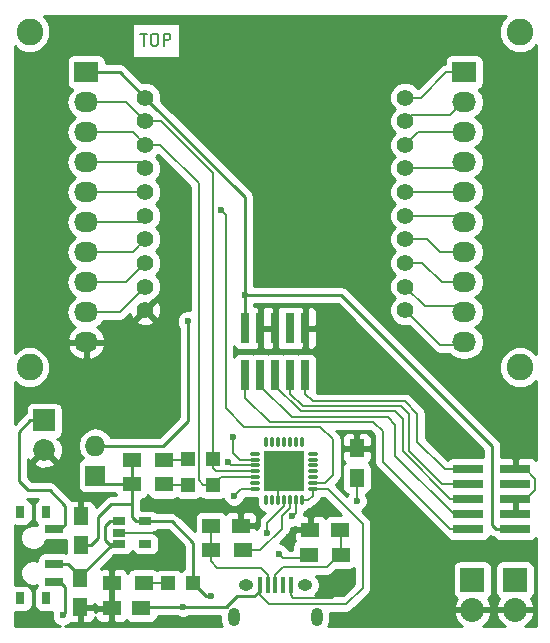
<source format=gbr>
G04 #@! TF.FileFunction,Copper,L1,Top,Signal*
%FSLAX46Y46*%
G04 Gerber Fmt 4.6, Leading zero omitted, Abs format (unit mm)*
G04 Created by KiCad (PCBNEW 4.0.4-stable) date 12/28/16 20:43:16*
%MOMM*%
%LPD*%
G01*
G04 APERTURE LIST*
%ADD10C,0.100000*%
%ADD11C,0.200000*%
%ADD12C,2.260600*%
%ADD13C,0.600000*%
%ADD14R,1.500000X0.700000*%
%ADD15R,0.800000X1.000000*%
%ADD16R,1.060000X0.650000*%
%ADD17R,1.500000X1.250000*%
%ADD18R,0.750000X2.500000*%
%ADD19C,1.400000*%
%ADD20R,1.250000X1.500000*%
%ADD21R,0.400000X1.350000*%
%ADD22O,1.250000X0.950000*%
%ADD23O,1.000000X1.550000*%
%ADD24R,1.198880X1.198880*%
%ADD25R,1.850000X1.850000*%
%ADD26C,1.850000*%
%ADD27R,2.032000X1.727200*%
%ADD28O,2.032000X1.727200*%
%ADD29R,2.032000X2.032000*%
%ADD30O,2.032000X2.032000*%
%ADD31R,2.500000X0.750000*%
%ADD32R,1.500000X1.300000*%
%ADD33R,1.727200X1.727200*%
%ADD34O,1.727200X1.727200*%
%ADD35O,0.300000X0.850000*%
%ADD36O,0.850000X0.300000*%
%ADD37R,1.675000X1.675000*%
%ADD38C,0.500000*%
%ADD39C,0.203200*%
%ADD40C,0.203000*%
%ADD41C,0.220000*%
%ADD42C,0.254000*%
%ADD43C,0.381000*%
G04 APERTURE END LIST*
D10*
D11*
X137590476Y-71752381D02*
X138161905Y-71752381D01*
X137876190Y-72752381D02*
X137876190Y-71752381D01*
X138685714Y-71752381D02*
X138876191Y-71752381D01*
X138971429Y-71800000D01*
X139066667Y-71895238D01*
X139114286Y-72085714D01*
X139114286Y-72419048D01*
X139066667Y-72609524D01*
X138971429Y-72704762D01*
X138876191Y-72752381D01*
X138685714Y-72752381D01*
X138590476Y-72704762D01*
X138495238Y-72609524D01*
X138447619Y-72419048D01*
X138447619Y-72085714D01*
X138495238Y-71895238D01*
X138590476Y-71800000D01*
X138685714Y-71752381D01*
X139542857Y-72752381D02*
X139542857Y-71752381D01*
X139923810Y-71752381D01*
X140019048Y-71800000D01*
X140066667Y-71847619D01*
X140114286Y-71942857D01*
X140114286Y-72085714D01*
X140066667Y-72180952D01*
X140019048Y-72228571D01*
X139923810Y-72276190D01*
X139542857Y-72276190D01*
D12*
X128200000Y-71600000D03*
D13*
X163400000Y-105800000D03*
D14*
X130255000Y-113650000D03*
X130255000Y-116650000D03*
X130255000Y-118150000D03*
D15*
X127405000Y-112250000D03*
X127405000Y-119550000D03*
X129605000Y-119550000D03*
X129605000Y-112250000D03*
D13*
X137700000Y-100800000D03*
X132700000Y-100800000D03*
X149800000Y-90800000D03*
X149800000Y-85800000D03*
X149800000Y-80800000D03*
X149800000Y-75800000D03*
X127700000Y-95800000D03*
X127700000Y-90800000D03*
X127700000Y-85800000D03*
X127700000Y-80800000D03*
X127700000Y-75800000D03*
X169800000Y-105800000D03*
X169800000Y-95800000D03*
X169800000Y-90800000D03*
X169800000Y-85800000D03*
X169800000Y-80800000D03*
X169800000Y-75800000D03*
X134800000Y-70800000D03*
X144800000Y-70800000D03*
X149800000Y-70800000D03*
X164800000Y-70800000D03*
X159800000Y-70800000D03*
X154800000Y-70800000D03*
X157900000Y-100900000D03*
X153400000Y-101000000D03*
X128500000Y-121500000D03*
X158600000Y-113400000D03*
X170900000Y-115400000D03*
X167400000Y-115400000D03*
X163300000Y-116300000D03*
X158600000Y-110600000D03*
X142600000Y-111700000D03*
X139300000Y-111700000D03*
X140500000Y-121500000D03*
X143600000Y-121500000D03*
X137700000Y-116500000D03*
X139900000Y-114600000D03*
X150200000Y-114390000D03*
D16*
X135800000Y-113050000D03*
X135800000Y-114000000D03*
X135800000Y-114950000D03*
X138000000Y-114950000D03*
X138000000Y-113050000D03*
D17*
X137650000Y-120400000D03*
X135150000Y-120400000D03*
D13*
X154450000Y-117750000D03*
X150210000Y-114390000D03*
X163300000Y-121500000D03*
X160100000Y-121500000D03*
X157100000Y-121500000D03*
X158600000Y-116300000D03*
D18*
X151540000Y-96670000D03*
X150270000Y-96670000D03*
X149000000Y-96670000D03*
X147730000Y-96670000D03*
X146460000Y-96670000D03*
X146460000Y-100670000D03*
X147730000Y-100670000D03*
X151540000Y-100670000D03*
X150270000Y-100670000D03*
D19*
X160000000Y-77160000D03*
X160000000Y-79160000D03*
X160000000Y-81160000D03*
X160000000Y-83160000D03*
X160000000Y-85160000D03*
X160000000Y-87160000D03*
X160000000Y-89160000D03*
X160000000Y-91160000D03*
X160000000Y-93160000D03*
X160000000Y-95160000D03*
X138000000Y-95160000D03*
X138000000Y-93160000D03*
X138000000Y-91160000D03*
X138000000Y-89160000D03*
X138000000Y-87160000D03*
X138000000Y-85160000D03*
X138000000Y-83160000D03*
X138000000Y-81160000D03*
X138000000Y-79160000D03*
X138000000Y-77160000D03*
D18*
X149000000Y-100670000D03*
D20*
X132510000Y-117800000D03*
X132510000Y-120300000D03*
D13*
X153400000Y-96900000D03*
D21*
X147699100Y-118420000D03*
X148349100Y-118420000D03*
X148999100Y-118420000D03*
X149649100Y-118420000D03*
X150299100Y-118420000D03*
D22*
X146499100Y-118420000D03*
X151499100Y-118420000D03*
D23*
X145499100Y-121120000D03*
X152499100Y-121120000D03*
D20*
X155900000Y-109350000D03*
X155900000Y-106850000D03*
X132530000Y-115080000D03*
X132530000Y-112580000D03*
D24*
X141620980Y-109970000D03*
X143719020Y-109970000D03*
X141600980Y-107760000D03*
X143699020Y-107760000D03*
X142049020Y-118300000D03*
X139950980Y-118300000D03*
D25*
X129450000Y-104500000D03*
D26*
X129450000Y-107000000D03*
D27*
X133000000Y-75000000D03*
D28*
X133000000Y-77540000D03*
X133000000Y-80080000D03*
X133000000Y-82620000D03*
X133000000Y-85160000D03*
X133000000Y-87700000D03*
X133000000Y-90240000D03*
X133000000Y-92780000D03*
X133000000Y-95320000D03*
X133000000Y-97860000D03*
D29*
X169300000Y-118000000D03*
D30*
X169300000Y-120540000D03*
D29*
X165700000Y-118000000D03*
D30*
X165700000Y-120540000D03*
D31*
X169320000Y-113700000D03*
X169320000Y-112430000D03*
X169320000Y-111160000D03*
X169320000Y-109890000D03*
X169320000Y-108620000D03*
X165320000Y-108620000D03*
X165320000Y-109890000D03*
X165320000Y-113700000D03*
X165320000Y-112430000D03*
X165320000Y-111160000D03*
D27*
X165000000Y-75000000D03*
D28*
X165000000Y-77540000D03*
X165000000Y-80080000D03*
X165000000Y-82620000D03*
X165000000Y-85160000D03*
X165000000Y-87700000D03*
X165000000Y-90240000D03*
X165000000Y-92780000D03*
X165000000Y-95320000D03*
X165000000Y-97860000D03*
D32*
X136852329Y-109917869D03*
X139552329Y-109917869D03*
X136862329Y-107807869D03*
X139562329Y-107807869D03*
X137850000Y-118300000D03*
X135150000Y-118300000D03*
D33*
X133780000Y-109160000D03*
D34*
X133780000Y-106620000D03*
D17*
X154480000Y-113770000D03*
X151980000Y-113770000D03*
X143563432Y-113410654D03*
X146063432Y-113410654D03*
D32*
X151830000Y-115850000D03*
X154530000Y-115850000D03*
X146243432Y-115500654D03*
X143543432Y-115500654D03*
D35*
X148240000Y-111260000D03*
X148740000Y-111260000D03*
X149240000Y-111260000D03*
X149740000Y-111260000D03*
X150240000Y-111260000D03*
X150740000Y-111260000D03*
X151240000Y-111260000D03*
D36*
X152190000Y-110310000D03*
X152190000Y-109810000D03*
X152190000Y-109310000D03*
X152190000Y-108810000D03*
X152190000Y-108310000D03*
X152190000Y-107810000D03*
X152190000Y-107310000D03*
D35*
X151240000Y-106360000D03*
X150740000Y-106360000D03*
X150240000Y-106360000D03*
X149740000Y-106360000D03*
X149240000Y-106360000D03*
X148740000Y-106360000D03*
X148240000Y-106360000D03*
D36*
X147290000Y-107310000D03*
X147290000Y-107810000D03*
X147290000Y-108310000D03*
X147290000Y-108810000D03*
X147290000Y-109310000D03*
X147290000Y-109810000D03*
X147290000Y-110310000D03*
D37*
X150577500Y-107972500D03*
X148902500Y-107972500D03*
X150577500Y-109647500D03*
X148902500Y-109647500D03*
D38*
X149740000Y-108810000D03*
X149740000Y-107810000D03*
X150740000Y-108810000D03*
X150740000Y-107810000D03*
X148740000Y-107810000D03*
X148740000Y-108810000D03*
X148740000Y-109810000D03*
X149740000Y-109810000D03*
X150740000Y-109810000D03*
D12*
X128200000Y-100000000D03*
X169700000Y-100000000D03*
X169700000Y-71600000D03*
D13*
X155900000Y-111300000D03*
X150428335Y-112628335D03*
X141200000Y-120300000D03*
X131000000Y-121000000D03*
X143600000Y-119400000D03*
X141590000Y-96100000D03*
X146400000Y-93900000D03*
X144390000Y-86690000D03*
X145500000Y-110900000D03*
X144970000Y-108040000D03*
X145400000Y-105900000D03*
X148340000Y-114010000D03*
X149310000Y-115810000D03*
D39*
X155900000Y-110303200D02*
X155900000Y-111300000D01*
X155900000Y-109350000D02*
X155900000Y-110303200D01*
X156310000Y-109400000D02*
X156270000Y-109360000D01*
X150740000Y-111260000D02*
X150740000Y-112316670D01*
X150740000Y-112316670D02*
X150728334Y-112328336D01*
X150728334Y-112328336D02*
X150428335Y-112628335D01*
X149240000Y-111260000D02*
X149240000Y-109985000D01*
X149240000Y-109985000D02*
X148902500Y-109647500D01*
X135800000Y-114000000D02*
X139300001Y-114000001D01*
X139300001Y-114000001D02*
X139900000Y-114600000D01*
X150299100Y-118420000D02*
X150299100Y-119298200D01*
X154450000Y-118880000D02*
X154450000Y-117750000D01*
X150299100Y-119298200D02*
X150500900Y-119500000D01*
X150500900Y-119500000D02*
X153830000Y-119500000D01*
X153830000Y-119500000D02*
X154450000Y-118880000D01*
X154590000Y-117890000D02*
X154450000Y-117750000D01*
X171000000Y-110377882D02*
X171000000Y-109425000D01*
X171000000Y-109425000D02*
X170195000Y-108620000D01*
X170195000Y-108620000D02*
X169320000Y-108620000D01*
X169320000Y-111160000D02*
X170217882Y-111160000D01*
X170217882Y-111160000D02*
X171000000Y-110377882D01*
X169320000Y-112430000D02*
X169320000Y-111160000D01*
D40*
X149000000Y-96670000D02*
X147730000Y-96670000D01*
D39*
X149000000Y-96670000D02*
X149000000Y-98123200D01*
X149000000Y-98123200D02*
X149636800Y-98760000D01*
X149636800Y-98760000D02*
X151000000Y-98760000D01*
X151000000Y-98760000D02*
X151540000Y-98220000D01*
X151540000Y-98220000D02*
X151540000Y-96670000D01*
D40*
X153400000Y-96900000D02*
X151770000Y-96900000D01*
D39*
X151770000Y-96900000D02*
X151540000Y-96670000D01*
D41*
X169300000Y-108600000D02*
X169320000Y-108620000D01*
D42*
X141200000Y-120300000D02*
X137750000Y-120300000D01*
X137750000Y-120300000D02*
X137650000Y-120400000D01*
X144900000Y-120274532D02*
X145200000Y-119974532D01*
X145200000Y-119974532D02*
X145774532Y-119400000D01*
X141200000Y-120300000D02*
X144874532Y-120300000D01*
X144874532Y-120300000D02*
X145200000Y-119974532D01*
X131200000Y-120575000D02*
X131200000Y-120800000D01*
X131200000Y-120800000D02*
X131000000Y-121000000D01*
D39*
X147699100Y-118420000D02*
X147699100Y-119298200D01*
X147699100Y-119298200D02*
X148430900Y-120030000D01*
X156400000Y-113250000D02*
X153460000Y-110310000D01*
X148430900Y-120030000D02*
X155020000Y-120030000D01*
X155020000Y-120030000D02*
X156400000Y-118650000D01*
X153460000Y-110310000D02*
X152190000Y-110310000D01*
X156400000Y-118650000D02*
X156400000Y-113250000D01*
D42*
X147194100Y-119400000D02*
X147699100Y-118895000D01*
X145774532Y-119400000D02*
X147194100Y-119400000D01*
X147699100Y-118895000D02*
X147699100Y-118420000D01*
X130750000Y-118150000D02*
X130255000Y-118150000D01*
X131200000Y-120575000D02*
X131200000Y-118600000D01*
X131200000Y-118600000D02*
X130750000Y-118150000D01*
D39*
X151800000Y-111260000D02*
X152190000Y-110870000D01*
X152190000Y-110870000D02*
X152190000Y-110310000D01*
X151240000Y-111260000D02*
X151800000Y-111260000D01*
D42*
X134600000Y-114600000D02*
X134950000Y-114950000D01*
X134950000Y-114950000D02*
X135800000Y-114950000D01*
X134600000Y-113466000D02*
X134600000Y-114600000D01*
X135800000Y-113050000D02*
X135016000Y-113050000D01*
X135016000Y-113050000D02*
X134600000Y-113466000D01*
X132510000Y-117675000D02*
X135235000Y-114950000D01*
X135235000Y-114950000D02*
X135800000Y-114950000D01*
X132510000Y-117800000D02*
X132510000Y-117675000D01*
X132510000Y-117675000D02*
X131485000Y-116650000D01*
X131485000Y-116650000D02*
X131259000Y-116650000D01*
X131259000Y-116650000D02*
X130255000Y-116650000D01*
X132530000Y-115080000D02*
X133409000Y-115080000D01*
X134000000Y-112700000D02*
X135100000Y-111600000D01*
X133409000Y-115080000D02*
X134000000Y-114489000D01*
X134000000Y-114489000D02*
X134000000Y-112700000D01*
X135100000Y-111600000D02*
X136852329Y-111600000D01*
X136852329Y-112686329D02*
X136852329Y-111600000D01*
X136852329Y-111600000D02*
X136852329Y-110821869D01*
X142049020Y-118300000D02*
X142049020Y-114849020D01*
X142049020Y-114849020D02*
X140250000Y-113050000D01*
X140250000Y-113050000D02*
X138000000Y-113050000D01*
X138000000Y-113050000D02*
X137216000Y-113050000D01*
X137216000Y-113050000D02*
X136852329Y-112686329D01*
X136852329Y-110821869D02*
X136852329Y-109917869D01*
X142049020Y-118031058D02*
X142049020Y-118300000D01*
X143600000Y-119400000D02*
X143149020Y-119400000D01*
X143149020Y-119400000D02*
X142049020Y-118300000D01*
X136852329Y-109917869D02*
X134537869Y-109917869D01*
X134537869Y-109917869D02*
X133780000Y-109160000D01*
X136852329Y-109917869D02*
X136852329Y-107817869D01*
X136852329Y-107817869D02*
X136862329Y-107807869D01*
X136800000Y-109970198D02*
X136852329Y-109917869D01*
D43*
X136862329Y-109907869D02*
X136852329Y-109917869D01*
X136850198Y-109920000D02*
X136852329Y-109917869D01*
D40*
X141620980Y-109970000D02*
X139604460Y-109970000D01*
D41*
X139604460Y-109970000D02*
X139552329Y-109917869D01*
D39*
X142522021Y-84412021D02*
X139270000Y-81160000D01*
X139270000Y-81160000D02*
X138000000Y-81160000D01*
X143719020Y-109970000D02*
X142916380Y-109970000D01*
X142916380Y-109970000D02*
X142522021Y-109575641D01*
X142522021Y-109575641D02*
X142522021Y-84412021D01*
X147290000Y-109310000D02*
X144379020Y-109310000D01*
X144379020Y-109310000D02*
X143719020Y-109970000D01*
X133000000Y-80080000D02*
X136920000Y-80080000D01*
X136920000Y-80080000D02*
X138000000Y-81160000D01*
D40*
X139562329Y-107807869D02*
X141553111Y-107807869D01*
D41*
X141553111Y-107807869D02*
X141600980Y-107760000D01*
D39*
X143699020Y-107760000D02*
X143699020Y-83539020D01*
X143699020Y-83539020D02*
X139320000Y-79160000D01*
X139320000Y-79160000D02*
X138000000Y-79160000D01*
X147290000Y-108810000D02*
X143946380Y-108810000D01*
X143946380Y-108810000D02*
X143699020Y-108562640D01*
X143699020Y-108562640D02*
X143699020Y-107760000D01*
X133000000Y-77540000D02*
X136380000Y-77540000D01*
X136380000Y-77540000D02*
X138000000Y-79160000D01*
D41*
X137980000Y-79140000D02*
X138000000Y-79160000D01*
D39*
X137850000Y-118300000D02*
X139950980Y-118300000D01*
D42*
X133780000Y-106620000D02*
X139480000Y-106620000D01*
X139480000Y-106620000D02*
X141590000Y-104510000D01*
X141590000Y-104510000D02*
X141590000Y-96100000D01*
X133000000Y-75000000D02*
X135840000Y-75000000D01*
X135840000Y-75000000D02*
X138000000Y-77160000D01*
X133780000Y-106620000D02*
X133800000Y-106600000D01*
X154610000Y-93900000D02*
X146400000Y-93900000D01*
X167380000Y-106670000D02*
X154610000Y-93900000D01*
X138000000Y-77160000D02*
X146400000Y-85560000D01*
X146400000Y-85560000D02*
X146400000Y-93900000D01*
X146460000Y-96670000D02*
X146460000Y-93960000D01*
X146460000Y-93960000D02*
X146400000Y-93900000D01*
X169320000Y-113700000D02*
X167689000Y-113700000D01*
X167689000Y-113700000D02*
X167380000Y-113391000D01*
X167380000Y-113391000D02*
X167380000Y-106670000D01*
D39*
X133000000Y-82620000D02*
X137460000Y-82620000D01*
X137460000Y-82620000D02*
X138000000Y-83160000D01*
X144390000Y-86690000D02*
X144790000Y-87090000D01*
X144790000Y-87090000D02*
X144790000Y-103460000D01*
X144790000Y-103460000D02*
X146361620Y-105031620D01*
X146361620Y-105031620D02*
X152801620Y-105031620D01*
X152801620Y-105031620D02*
X153880000Y-106110000D01*
X153880000Y-106110000D02*
X153880000Y-109120000D01*
X153880000Y-109120000D02*
X153190000Y-109810000D01*
X153190000Y-109810000D02*
X152190000Y-109810000D01*
X133000000Y-85160000D02*
X138000000Y-85160000D01*
X133000000Y-87700000D02*
X137460000Y-87700000D01*
X137460000Y-87700000D02*
X138000000Y-87160000D01*
X133000000Y-90240000D02*
X136920000Y-90240000D01*
X136920000Y-90240000D02*
X138000000Y-89160000D01*
X133000000Y-92780000D02*
X136380000Y-92780000D01*
X136380000Y-92780000D02*
X138000000Y-91160000D01*
D41*
X137640000Y-91160000D02*
X138000000Y-91160000D01*
D39*
X147290000Y-110310000D02*
X146090000Y-110310000D01*
X146090000Y-110310000D02*
X145500000Y-110900000D01*
X133000000Y-95320000D02*
X135840000Y-95320000D01*
X135840000Y-95320000D02*
X138000000Y-93160000D01*
X152178390Y-102888390D02*
X151540000Y-102250000D01*
X151540000Y-102250000D02*
X151540000Y-100670000D01*
X161010000Y-103920000D02*
X159978390Y-102888390D01*
X159978390Y-102888390D02*
X152178390Y-102888390D01*
X161010000Y-106290000D02*
X161010000Y-103920000D01*
X163340000Y-108620000D02*
X161010000Y-106290000D01*
X165320000Y-108620000D02*
X163340000Y-108620000D01*
X151328704Y-103291600D02*
X150270000Y-102232896D01*
X150270000Y-102232896D02*
X150270000Y-100670000D01*
X160340000Y-107090000D02*
X160340000Y-103960000D01*
X160340000Y-103960000D02*
X159671600Y-103291600D01*
X159671600Y-103291600D02*
X151328704Y-103291600D01*
X163140000Y-109890000D02*
X160340000Y-107090000D01*
X165320000Y-109890000D02*
X163140000Y-109890000D01*
D40*
X158100000Y-108000000D02*
X163800000Y-113700000D01*
X163800000Y-113700000D02*
X165320000Y-113700000D01*
X158100000Y-105400000D02*
X158100000Y-108000000D01*
X157320010Y-104620010D02*
X158100000Y-105400000D01*
X146460000Y-102560000D02*
X148520010Y-104620010D01*
X148520010Y-104620010D02*
X157320010Y-104620010D01*
X146460000Y-100670000D02*
X146460000Y-102560000D01*
D39*
X147730000Y-100670000D02*
X147730000Y-101545000D01*
X158528400Y-104208400D02*
X159180000Y-104860000D01*
X147730000Y-101545000D02*
X150393400Y-104208400D01*
X150393400Y-104208400D02*
X158528400Y-104208400D01*
X159180000Y-104860000D02*
X159180000Y-107510000D01*
X159180000Y-107510000D02*
X164100000Y-112430000D01*
X164100000Y-112430000D02*
X165320000Y-112430000D01*
X149000000Y-101545000D02*
X151149810Y-103694810D01*
X159800000Y-107120224D02*
X163839776Y-111160000D01*
X151149810Y-103694810D02*
X159144810Y-103694810D01*
X159144810Y-103694810D02*
X159800000Y-104350000D01*
X163839776Y-111160000D02*
X165320000Y-111160000D01*
X159800000Y-104350000D02*
X159800000Y-107120224D01*
D41*
X149000000Y-100670000D02*
X149000000Y-101545000D01*
D39*
X161340000Y-77160000D02*
X163500000Y-75000000D01*
X163500000Y-75000000D02*
X165000000Y-75000000D01*
X160000000Y-77160000D02*
X161340000Y-77160000D01*
X160000000Y-79160000D02*
X160560000Y-78600000D01*
X163787600Y-78600000D02*
X164847600Y-77540000D01*
X160560000Y-78600000D02*
X163787600Y-78600000D01*
X164847600Y-77540000D02*
X165000000Y-77540000D01*
X160000000Y-81160000D02*
X161080000Y-80080000D01*
X161080000Y-80080000D02*
X165000000Y-80080000D01*
X160000000Y-83160000D02*
X164460000Y-83160000D01*
X164460000Y-83160000D02*
X165000000Y-82620000D01*
X160000000Y-85160000D02*
X165000000Y-85160000D01*
X147290000Y-108310000D02*
X145240000Y-108310000D01*
X145240000Y-108310000D02*
X144970000Y-108040000D01*
X160000000Y-87160000D02*
X164460000Y-87160000D01*
X164460000Y-87160000D02*
X165000000Y-87700000D01*
X161860000Y-89160000D02*
X162940000Y-90240000D01*
X162940000Y-90240000D02*
X165000000Y-90240000D01*
X160000000Y-89160000D02*
X161860000Y-89160000D01*
X161460000Y-91160000D02*
X163080000Y-92780000D01*
X163080000Y-92780000D02*
X165000000Y-92780000D01*
X160000000Y-91160000D02*
X161460000Y-91160000D01*
D41*
X160000000Y-91160000D02*
X160060000Y-91160000D01*
D39*
X147290000Y-107810000D02*
X145980000Y-107810000D01*
X145980000Y-107810000D02*
X145400000Y-107230000D01*
X145400000Y-107230000D02*
X145400000Y-105900000D01*
X160000000Y-93160000D02*
X161640000Y-94800000D01*
X161640000Y-94800000D02*
X164400000Y-94800000D01*
X164400000Y-94800000D02*
X164920000Y-95320000D01*
X164920000Y-95320000D02*
X165000000Y-95320000D01*
X160000000Y-95160000D02*
X162940000Y-98100000D01*
X162940000Y-98100000D02*
X164760000Y-98100000D01*
X164760000Y-98100000D02*
X165000000Y-97860000D01*
X148999100Y-118420000D02*
X148999100Y-117541800D01*
X148999100Y-117541800D02*
X149650900Y-116890000D01*
X149650900Y-116890000D02*
X153390000Y-116890000D01*
X153390000Y-116890000D02*
X154430000Y-115850000D01*
X154430000Y-115850000D02*
X154530000Y-115850000D01*
X154530000Y-115850000D02*
X154530000Y-113820000D01*
X154530000Y-113820000D02*
X154480000Y-113770000D01*
X143543432Y-115500654D02*
X143543432Y-113430654D01*
X143543432Y-113430654D02*
X143563432Y-113410654D01*
X148349100Y-118420000D02*
X148349100Y-117541800D01*
X148349100Y-117541800D02*
X147797300Y-116990000D01*
X147797300Y-116990000D02*
X144100000Y-116990000D01*
X144100000Y-116990000D02*
X143543432Y-116433432D01*
X143543432Y-116433432D02*
X143543432Y-115500654D01*
X148340000Y-114010000D02*
X148340000Y-113143896D01*
X148340000Y-113143896D02*
X149740000Y-111743896D01*
X149740000Y-111743896D02*
X149740000Y-111260000D01*
X151340000Y-116170000D02*
X149670000Y-116170000D01*
X149670000Y-116170000D02*
X149310000Y-115810000D01*
X150240000Y-111260000D02*
X150240000Y-111926300D01*
X150240000Y-111926300D02*
X149560000Y-112606300D01*
X149560000Y-112606300D02*
X149560000Y-113680370D01*
X146243432Y-115500654D02*
X147739716Y-115500654D01*
X147739716Y-115500654D02*
X149560000Y-113680370D01*
D42*
X129450000Y-104500000D02*
X128271000Y-104500000D01*
X128271000Y-104500000D02*
X127300000Y-105471000D01*
X127300000Y-105471000D02*
X127300000Y-109600000D01*
X130850000Y-113650000D02*
X130255000Y-113650000D01*
X127300000Y-109600000D02*
X128100000Y-110400000D01*
X128100000Y-110400000D02*
X129900000Y-110400000D01*
X129900000Y-110400000D02*
X131200000Y-111700000D01*
X131200000Y-113300000D02*
X130850000Y-113650000D01*
X131200000Y-111700000D02*
X131200000Y-113300000D01*
G36*
X128100000Y-111162000D02*
X128946121Y-111162000D01*
X128753559Y-111285910D01*
X128608569Y-111498110D01*
X128557560Y-111750000D01*
X128557560Y-112750000D01*
X128601838Y-112985317D01*
X128740910Y-113201441D01*
X128860914Y-113283436D01*
X128857560Y-113300000D01*
X128857560Y-113371575D01*
X128721767Y-113315189D01*
X128290127Y-113314812D01*
X127891200Y-113479646D01*
X127585718Y-113784595D01*
X127420189Y-114183233D01*
X127419812Y-114614873D01*
X127584646Y-115013800D01*
X127889595Y-115319282D01*
X128288233Y-115484811D01*
X128719873Y-115485188D01*
X129118800Y-115320354D01*
X129424282Y-115015405D01*
X129577074Y-114647440D01*
X131005000Y-114647440D01*
X131240317Y-114603162D01*
X131257560Y-114592066D01*
X131257560Y-115704027D01*
X131256890Y-115703569D01*
X131005000Y-115652560D01*
X129505000Y-115652560D01*
X129269683Y-115696838D01*
X129053559Y-115835910D01*
X128908569Y-116048110D01*
X128857560Y-116300000D01*
X128857560Y-116371575D01*
X128721767Y-116315189D01*
X128290127Y-116314812D01*
X127891200Y-116479646D01*
X127585718Y-116784595D01*
X127420189Y-117183233D01*
X127419812Y-117614873D01*
X127584646Y-118013800D01*
X127889595Y-118319282D01*
X128288233Y-118484811D01*
X128719873Y-118485188D01*
X128857560Y-118428297D01*
X128857560Y-118500000D01*
X128860747Y-118516937D01*
X128753559Y-118585910D01*
X128608569Y-118798110D01*
X128557560Y-119050000D01*
X128557560Y-120050000D01*
X128601838Y-120285317D01*
X128740910Y-120501441D01*
X128953110Y-120646431D01*
X129205000Y-120697440D01*
X130005000Y-120697440D01*
X130122403Y-120675349D01*
X130065162Y-120813201D01*
X130064838Y-121185167D01*
X130206883Y-121528943D01*
X130469673Y-121792192D01*
X130765426Y-121915000D01*
X126935000Y-121915000D01*
X126935000Y-120683265D01*
X127005000Y-120697440D01*
X127805000Y-120697440D01*
X128040317Y-120653162D01*
X128256441Y-120514090D01*
X128401431Y-120301890D01*
X128452440Y-120050000D01*
X128452440Y-119050000D01*
X128408162Y-118814683D01*
X128269090Y-118598559D01*
X128056890Y-118453569D01*
X127805000Y-118402560D01*
X127005000Y-118402560D01*
X126935000Y-118415731D01*
X126935000Y-113383265D01*
X127005000Y-113397440D01*
X127805000Y-113397440D01*
X128040317Y-113353162D01*
X128256441Y-113214090D01*
X128401431Y-113001890D01*
X128452440Y-112750000D01*
X128452440Y-111750000D01*
X128408162Y-111514683D01*
X128269090Y-111298559D01*
X128056890Y-111153569D01*
X128016765Y-111145443D01*
X128100000Y-111162000D01*
X128100000Y-111162000D01*
G37*
X128100000Y-111162000D02*
X128946121Y-111162000D01*
X128753559Y-111285910D01*
X128608569Y-111498110D01*
X128557560Y-111750000D01*
X128557560Y-112750000D01*
X128601838Y-112985317D01*
X128740910Y-113201441D01*
X128860914Y-113283436D01*
X128857560Y-113300000D01*
X128857560Y-113371575D01*
X128721767Y-113315189D01*
X128290127Y-113314812D01*
X127891200Y-113479646D01*
X127585718Y-113784595D01*
X127420189Y-114183233D01*
X127419812Y-114614873D01*
X127584646Y-115013800D01*
X127889595Y-115319282D01*
X128288233Y-115484811D01*
X128719873Y-115485188D01*
X129118800Y-115320354D01*
X129424282Y-115015405D01*
X129577074Y-114647440D01*
X131005000Y-114647440D01*
X131240317Y-114603162D01*
X131257560Y-114592066D01*
X131257560Y-115704027D01*
X131256890Y-115703569D01*
X131005000Y-115652560D01*
X129505000Y-115652560D01*
X129269683Y-115696838D01*
X129053559Y-115835910D01*
X128908569Y-116048110D01*
X128857560Y-116300000D01*
X128857560Y-116371575D01*
X128721767Y-116315189D01*
X128290127Y-116314812D01*
X127891200Y-116479646D01*
X127585718Y-116784595D01*
X127420189Y-117183233D01*
X127419812Y-117614873D01*
X127584646Y-118013800D01*
X127889595Y-118319282D01*
X128288233Y-118484811D01*
X128719873Y-118485188D01*
X128857560Y-118428297D01*
X128857560Y-118500000D01*
X128860747Y-118516937D01*
X128753559Y-118585910D01*
X128608569Y-118798110D01*
X128557560Y-119050000D01*
X128557560Y-120050000D01*
X128601838Y-120285317D01*
X128740910Y-120501441D01*
X128953110Y-120646431D01*
X129205000Y-120697440D01*
X130005000Y-120697440D01*
X130122403Y-120675349D01*
X130065162Y-120813201D01*
X130064838Y-121185167D01*
X130206883Y-121528943D01*
X130469673Y-121792192D01*
X130765426Y-121915000D01*
X126935000Y-121915000D01*
X126935000Y-120683265D01*
X127005000Y-120697440D01*
X127805000Y-120697440D01*
X128040317Y-120653162D01*
X128256441Y-120514090D01*
X128401431Y-120301890D01*
X128452440Y-120050000D01*
X128452440Y-119050000D01*
X128408162Y-118814683D01*
X128269090Y-118598559D01*
X128056890Y-118453569D01*
X127805000Y-118402560D01*
X127005000Y-118402560D01*
X126935000Y-118415731D01*
X126935000Y-113383265D01*
X127005000Y-113397440D01*
X127805000Y-113397440D01*
X128040317Y-113353162D01*
X128256441Y-113214090D01*
X128401431Y-113001890D01*
X128452440Y-112750000D01*
X128452440Y-111750000D01*
X128408162Y-111514683D01*
X128269090Y-111298559D01*
X128056890Y-111153569D01*
X128016765Y-111145443D01*
X128100000Y-111162000D01*
G36*
X157363500Y-105705068D02*
X157363500Y-108000000D01*
X157419563Y-108281846D01*
X157579216Y-108520784D01*
X163279216Y-114220784D01*
X163507287Y-114373177D01*
X163605910Y-114526441D01*
X163818110Y-114671431D01*
X164070000Y-114722440D01*
X166570000Y-114722440D01*
X166805317Y-114678162D01*
X167021441Y-114539090D01*
X167166431Y-114326890D01*
X167180205Y-114258874D01*
X167397395Y-114403996D01*
X167546160Y-114433587D01*
X167605910Y-114526441D01*
X167818110Y-114671431D01*
X168070000Y-114722440D01*
X170570000Y-114722440D01*
X170805317Y-114678162D01*
X171021441Y-114539090D01*
X171065000Y-114475339D01*
X171065000Y-121915000D01*
X170186025Y-121915000D01*
X170268379Y-121877188D01*
X170706385Y-121404818D01*
X170905975Y-120922944D01*
X170786836Y-120667000D01*
X169427000Y-120667000D01*
X169427000Y-120687000D01*
X169173000Y-120687000D01*
X169173000Y-120667000D01*
X167813164Y-120667000D01*
X167694025Y-120922944D01*
X167893615Y-121404818D01*
X168331621Y-121877188D01*
X168413975Y-121915000D01*
X166586025Y-121915000D01*
X166668379Y-121877188D01*
X167106385Y-121404818D01*
X167305975Y-120922944D01*
X167186836Y-120667000D01*
X165827000Y-120667000D01*
X165827000Y-120687000D01*
X165573000Y-120687000D01*
X165573000Y-120667000D01*
X164213164Y-120667000D01*
X164094025Y-120922944D01*
X164293615Y-121404818D01*
X164731621Y-121877188D01*
X164813975Y-121915000D01*
X153508929Y-121915000D01*
X153547703Y-121856970D01*
X153634100Y-121422624D01*
X153634100Y-120817376D01*
X153624000Y-120766600D01*
X155020000Y-120766600D01*
X155301885Y-120710530D01*
X155540855Y-120550855D01*
X156920855Y-119170855D01*
X156962589Y-119108396D01*
X157080530Y-118931885D01*
X157136600Y-118650000D01*
X157136600Y-116984000D01*
X164036560Y-116984000D01*
X164036560Y-119016000D01*
X164080838Y-119251317D01*
X164219910Y-119467441D01*
X164382948Y-119578840D01*
X164293615Y-119675182D01*
X164094025Y-120157056D01*
X164213164Y-120413000D01*
X165573000Y-120413000D01*
X165573000Y-120393000D01*
X165827000Y-120393000D01*
X165827000Y-120413000D01*
X167186836Y-120413000D01*
X167305975Y-120157056D01*
X167106385Y-119675182D01*
X167015903Y-119577602D01*
X167167441Y-119480090D01*
X167312431Y-119267890D01*
X167363440Y-119016000D01*
X167363440Y-116984000D01*
X167636560Y-116984000D01*
X167636560Y-119016000D01*
X167680838Y-119251317D01*
X167819910Y-119467441D01*
X167982948Y-119578840D01*
X167893615Y-119675182D01*
X167694025Y-120157056D01*
X167813164Y-120413000D01*
X169173000Y-120413000D01*
X169173000Y-120393000D01*
X169427000Y-120393000D01*
X169427000Y-120413000D01*
X170786836Y-120413000D01*
X170905975Y-120157056D01*
X170706385Y-119675182D01*
X170615903Y-119577602D01*
X170767441Y-119480090D01*
X170912431Y-119267890D01*
X170963440Y-119016000D01*
X170963440Y-116984000D01*
X170919162Y-116748683D01*
X170780090Y-116532559D01*
X170567890Y-116387569D01*
X170316000Y-116336560D01*
X168284000Y-116336560D01*
X168048683Y-116380838D01*
X167832559Y-116519910D01*
X167687569Y-116732110D01*
X167636560Y-116984000D01*
X167363440Y-116984000D01*
X167319162Y-116748683D01*
X167180090Y-116532559D01*
X166967890Y-116387569D01*
X166716000Y-116336560D01*
X164684000Y-116336560D01*
X164448683Y-116380838D01*
X164232559Y-116519910D01*
X164087569Y-116732110D01*
X164036560Y-116984000D01*
X157136600Y-116984000D01*
X157136600Y-113250000D01*
X157080530Y-112968115D01*
X156920855Y-112729145D01*
X156326964Y-112135254D01*
X156428943Y-112093117D01*
X156692192Y-111830327D01*
X156834838Y-111486799D01*
X156835162Y-111114833D01*
X156693117Y-110771057D01*
X156646685Y-110724543D01*
X156760317Y-110703162D01*
X156976441Y-110564090D01*
X157121431Y-110351890D01*
X157172440Y-110100000D01*
X157172440Y-108600000D01*
X157128162Y-108364683D01*
X156989090Y-108148559D01*
X156920994Y-108102031D01*
X157063327Y-107959698D01*
X157160000Y-107726309D01*
X157160000Y-107135750D01*
X157001250Y-106977000D01*
X156027000Y-106977000D01*
X156027000Y-106997000D01*
X155773000Y-106997000D01*
X155773000Y-106977000D01*
X154798750Y-106977000D01*
X154640000Y-107135750D01*
X154640000Y-107726309D01*
X154736673Y-107959698D01*
X154877910Y-108100936D01*
X154823559Y-108135910D01*
X154678569Y-108348110D01*
X154627560Y-108600000D01*
X154627560Y-110100000D01*
X154671838Y-110335317D01*
X154810910Y-110551441D01*
X155023110Y-110696431D01*
X155154520Y-110723042D01*
X155107808Y-110769673D01*
X155064846Y-110873136D01*
X154116710Y-109925000D01*
X154400855Y-109640855D01*
X154560530Y-109401885D01*
X154616600Y-109120000D01*
X154616600Y-106110000D01*
X154589487Y-105973691D01*
X154640000Y-105973691D01*
X154640000Y-106564250D01*
X154798750Y-106723000D01*
X155773000Y-106723000D01*
X155773000Y-105623750D01*
X156027000Y-105623750D01*
X156027000Y-106723000D01*
X157001250Y-106723000D01*
X157160000Y-106564250D01*
X157160000Y-105973691D01*
X157063327Y-105740302D01*
X156884699Y-105561673D01*
X156651310Y-105465000D01*
X156185750Y-105465000D01*
X156027000Y-105623750D01*
X155773000Y-105623750D01*
X155614250Y-105465000D01*
X155148690Y-105465000D01*
X154915301Y-105561673D01*
X154736673Y-105740302D01*
X154640000Y-105973691D01*
X154589487Y-105973691D01*
X154560530Y-105828115D01*
X154400855Y-105589145D01*
X154168220Y-105356510D01*
X157014942Y-105356510D01*
X157363500Y-105705068D01*
X157363500Y-105705068D01*
G37*
X157363500Y-105705068D02*
X157363500Y-108000000D01*
X157419563Y-108281846D01*
X157579216Y-108520784D01*
X163279216Y-114220784D01*
X163507287Y-114373177D01*
X163605910Y-114526441D01*
X163818110Y-114671431D01*
X164070000Y-114722440D01*
X166570000Y-114722440D01*
X166805317Y-114678162D01*
X167021441Y-114539090D01*
X167166431Y-114326890D01*
X167180205Y-114258874D01*
X167397395Y-114403996D01*
X167546160Y-114433587D01*
X167605910Y-114526441D01*
X167818110Y-114671431D01*
X168070000Y-114722440D01*
X170570000Y-114722440D01*
X170805317Y-114678162D01*
X171021441Y-114539090D01*
X171065000Y-114475339D01*
X171065000Y-121915000D01*
X170186025Y-121915000D01*
X170268379Y-121877188D01*
X170706385Y-121404818D01*
X170905975Y-120922944D01*
X170786836Y-120667000D01*
X169427000Y-120667000D01*
X169427000Y-120687000D01*
X169173000Y-120687000D01*
X169173000Y-120667000D01*
X167813164Y-120667000D01*
X167694025Y-120922944D01*
X167893615Y-121404818D01*
X168331621Y-121877188D01*
X168413975Y-121915000D01*
X166586025Y-121915000D01*
X166668379Y-121877188D01*
X167106385Y-121404818D01*
X167305975Y-120922944D01*
X167186836Y-120667000D01*
X165827000Y-120667000D01*
X165827000Y-120687000D01*
X165573000Y-120687000D01*
X165573000Y-120667000D01*
X164213164Y-120667000D01*
X164094025Y-120922944D01*
X164293615Y-121404818D01*
X164731621Y-121877188D01*
X164813975Y-121915000D01*
X153508929Y-121915000D01*
X153547703Y-121856970D01*
X153634100Y-121422624D01*
X153634100Y-120817376D01*
X153624000Y-120766600D01*
X155020000Y-120766600D01*
X155301885Y-120710530D01*
X155540855Y-120550855D01*
X156920855Y-119170855D01*
X156962589Y-119108396D01*
X157080530Y-118931885D01*
X157136600Y-118650000D01*
X157136600Y-116984000D01*
X164036560Y-116984000D01*
X164036560Y-119016000D01*
X164080838Y-119251317D01*
X164219910Y-119467441D01*
X164382948Y-119578840D01*
X164293615Y-119675182D01*
X164094025Y-120157056D01*
X164213164Y-120413000D01*
X165573000Y-120413000D01*
X165573000Y-120393000D01*
X165827000Y-120393000D01*
X165827000Y-120413000D01*
X167186836Y-120413000D01*
X167305975Y-120157056D01*
X167106385Y-119675182D01*
X167015903Y-119577602D01*
X167167441Y-119480090D01*
X167312431Y-119267890D01*
X167363440Y-119016000D01*
X167363440Y-116984000D01*
X167636560Y-116984000D01*
X167636560Y-119016000D01*
X167680838Y-119251317D01*
X167819910Y-119467441D01*
X167982948Y-119578840D01*
X167893615Y-119675182D01*
X167694025Y-120157056D01*
X167813164Y-120413000D01*
X169173000Y-120413000D01*
X169173000Y-120393000D01*
X169427000Y-120393000D01*
X169427000Y-120413000D01*
X170786836Y-120413000D01*
X170905975Y-120157056D01*
X170706385Y-119675182D01*
X170615903Y-119577602D01*
X170767441Y-119480090D01*
X170912431Y-119267890D01*
X170963440Y-119016000D01*
X170963440Y-116984000D01*
X170919162Y-116748683D01*
X170780090Y-116532559D01*
X170567890Y-116387569D01*
X170316000Y-116336560D01*
X168284000Y-116336560D01*
X168048683Y-116380838D01*
X167832559Y-116519910D01*
X167687569Y-116732110D01*
X167636560Y-116984000D01*
X167363440Y-116984000D01*
X167319162Y-116748683D01*
X167180090Y-116532559D01*
X166967890Y-116387569D01*
X166716000Y-116336560D01*
X164684000Y-116336560D01*
X164448683Y-116380838D01*
X164232559Y-116519910D01*
X164087569Y-116732110D01*
X164036560Y-116984000D01*
X157136600Y-116984000D01*
X157136600Y-113250000D01*
X157080530Y-112968115D01*
X156920855Y-112729145D01*
X156326964Y-112135254D01*
X156428943Y-112093117D01*
X156692192Y-111830327D01*
X156834838Y-111486799D01*
X156835162Y-111114833D01*
X156693117Y-110771057D01*
X156646685Y-110724543D01*
X156760317Y-110703162D01*
X156976441Y-110564090D01*
X157121431Y-110351890D01*
X157172440Y-110100000D01*
X157172440Y-108600000D01*
X157128162Y-108364683D01*
X156989090Y-108148559D01*
X156920994Y-108102031D01*
X157063327Y-107959698D01*
X157160000Y-107726309D01*
X157160000Y-107135750D01*
X157001250Y-106977000D01*
X156027000Y-106977000D01*
X156027000Y-106997000D01*
X155773000Y-106997000D01*
X155773000Y-106977000D01*
X154798750Y-106977000D01*
X154640000Y-107135750D01*
X154640000Y-107726309D01*
X154736673Y-107959698D01*
X154877910Y-108100936D01*
X154823559Y-108135910D01*
X154678569Y-108348110D01*
X154627560Y-108600000D01*
X154627560Y-110100000D01*
X154671838Y-110335317D01*
X154810910Y-110551441D01*
X155023110Y-110696431D01*
X155154520Y-110723042D01*
X155107808Y-110769673D01*
X155064846Y-110873136D01*
X154116710Y-109925000D01*
X154400855Y-109640855D01*
X154560530Y-109401885D01*
X154616600Y-109120000D01*
X154616600Y-106110000D01*
X154589487Y-105973691D01*
X154640000Y-105973691D01*
X154640000Y-106564250D01*
X154798750Y-106723000D01*
X155773000Y-106723000D01*
X155773000Y-105623750D01*
X156027000Y-105623750D01*
X156027000Y-106723000D01*
X157001250Y-106723000D01*
X157160000Y-106564250D01*
X157160000Y-105973691D01*
X157063327Y-105740302D01*
X156884699Y-105561673D01*
X156651310Y-105465000D01*
X156185750Y-105465000D01*
X156027000Y-105623750D01*
X155773000Y-105623750D01*
X155614250Y-105465000D01*
X155148690Y-105465000D01*
X154915301Y-105561673D01*
X154736673Y-105740302D01*
X154640000Y-105973691D01*
X154589487Y-105973691D01*
X154560530Y-105828115D01*
X154400855Y-105589145D01*
X154168220Y-105356510D01*
X157014942Y-105356510D01*
X157363500Y-105705068D01*
G36*
X141287020Y-115164651D02*
X141287020Y-117083708D01*
X141214263Y-117097398D01*
X140998139Y-117236470D01*
X140997457Y-117237467D01*
X140802310Y-117104129D01*
X140550420Y-117053120D01*
X139351540Y-117053120D01*
X139116223Y-117097398D01*
X139013128Y-117163738D01*
X138851890Y-117053569D01*
X138600000Y-117002560D01*
X137100000Y-117002560D01*
X136864683Y-117046838D01*
X136648559Y-117185910D01*
X136503569Y-117398110D01*
X136496809Y-117431490D01*
X136438327Y-117290301D01*
X136259698Y-117111673D01*
X136026309Y-117015000D01*
X135435750Y-117015000D01*
X135277000Y-117173750D01*
X135277000Y-118173000D01*
X135297000Y-118173000D01*
X135297000Y-118427000D01*
X135277000Y-118427000D01*
X135277000Y-120273000D01*
X135297000Y-120273000D01*
X135297000Y-120527000D01*
X135277000Y-120527000D01*
X135277000Y-121501250D01*
X135435750Y-121660000D01*
X136026309Y-121660000D01*
X136259698Y-121563327D01*
X136400936Y-121422090D01*
X136435910Y-121476441D01*
X136648110Y-121621431D01*
X136900000Y-121672440D01*
X138400000Y-121672440D01*
X138635317Y-121628162D01*
X138851441Y-121489090D01*
X138996431Y-121276890D01*
X139039947Y-121062000D01*
X140639534Y-121062000D01*
X140669673Y-121092192D01*
X141013201Y-121234838D01*
X141385167Y-121235162D01*
X141728943Y-121093117D01*
X141760114Y-121062000D01*
X144364100Y-121062000D01*
X144364100Y-121422624D01*
X144450497Y-121856970D01*
X144489271Y-121915000D01*
X131233963Y-121915000D01*
X131528943Y-121793117D01*
X131672862Y-121649449D01*
X131758690Y-121685000D01*
X132224250Y-121685000D01*
X132383000Y-121526250D01*
X132383000Y-120427000D01*
X132637000Y-120427000D01*
X132637000Y-121526250D01*
X132795750Y-121685000D01*
X133261310Y-121685000D01*
X133494699Y-121588327D01*
X133673327Y-121409698D01*
X133770000Y-121176309D01*
X133770000Y-121163381D01*
X133861673Y-121384699D01*
X134040302Y-121563327D01*
X134273691Y-121660000D01*
X134864250Y-121660000D01*
X135023000Y-121501250D01*
X135023000Y-120527000D01*
X133923750Y-120527000D01*
X133770000Y-120680750D01*
X133770000Y-120585750D01*
X133611250Y-120427000D01*
X132637000Y-120427000D01*
X132383000Y-120427000D01*
X132363000Y-120427000D01*
X132363000Y-120173000D01*
X132383000Y-120173000D01*
X132383000Y-120153000D01*
X132637000Y-120153000D01*
X132637000Y-120173000D01*
X133611250Y-120173000D01*
X133765000Y-120019250D01*
X133765000Y-120114250D01*
X133923750Y-120273000D01*
X135023000Y-120273000D01*
X135023000Y-118427000D01*
X135003000Y-118427000D01*
X135003000Y-118173000D01*
X135023000Y-118173000D01*
X135023000Y-117173750D01*
X134864250Y-117015000D01*
X134273691Y-117015000D01*
X134229202Y-117033428D01*
X135340190Y-115922440D01*
X136330000Y-115922440D01*
X136565317Y-115878162D01*
X136781441Y-115739090D01*
X136901233Y-115563768D01*
X137005910Y-115726441D01*
X137218110Y-115871431D01*
X137470000Y-115922440D01*
X138530000Y-115922440D01*
X138765317Y-115878162D01*
X138981441Y-115739090D01*
X139126431Y-115526890D01*
X139177440Y-115275000D01*
X139177440Y-114625000D01*
X139133162Y-114389683D01*
X138994090Y-114173559D01*
X138781890Y-114028569D01*
X138644880Y-114000824D01*
X138765317Y-113978162D01*
X138981441Y-113839090D01*
X138999951Y-113812000D01*
X139934370Y-113812000D01*
X141287020Y-115164651D01*
X141287020Y-115164651D01*
G37*
X141287020Y-115164651D02*
X141287020Y-117083708D01*
X141214263Y-117097398D01*
X140998139Y-117236470D01*
X140997457Y-117237467D01*
X140802310Y-117104129D01*
X140550420Y-117053120D01*
X139351540Y-117053120D01*
X139116223Y-117097398D01*
X139013128Y-117163738D01*
X138851890Y-117053569D01*
X138600000Y-117002560D01*
X137100000Y-117002560D01*
X136864683Y-117046838D01*
X136648559Y-117185910D01*
X136503569Y-117398110D01*
X136496809Y-117431490D01*
X136438327Y-117290301D01*
X136259698Y-117111673D01*
X136026309Y-117015000D01*
X135435750Y-117015000D01*
X135277000Y-117173750D01*
X135277000Y-118173000D01*
X135297000Y-118173000D01*
X135297000Y-118427000D01*
X135277000Y-118427000D01*
X135277000Y-120273000D01*
X135297000Y-120273000D01*
X135297000Y-120527000D01*
X135277000Y-120527000D01*
X135277000Y-121501250D01*
X135435750Y-121660000D01*
X136026309Y-121660000D01*
X136259698Y-121563327D01*
X136400936Y-121422090D01*
X136435910Y-121476441D01*
X136648110Y-121621431D01*
X136900000Y-121672440D01*
X138400000Y-121672440D01*
X138635317Y-121628162D01*
X138851441Y-121489090D01*
X138996431Y-121276890D01*
X139039947Y-121062000D01*
X140639534Y-121062000D01*
X140669673Y-121092192D01*
X141013201Y-121234838D01*
X141385167Y-121235162D01*
X141728943Y-121093117D01*
X141760114Y-121062000D01*
X144364100Y-121062000D01*
X144364100Y-121422624D01*
X144450497Y-121856970D01*
X144489271Y-121915000D01*
X131233963Y-121915000D01*
X131528943Y-121793117D01*
X131672862Y-121649449D01*
X131758690Y-121685000D01*
X132224250Y-121685000D01*
X132383000Y-121526250D01*
X132383000Y-120427000D01*
X132637000Y-120427000D01*
X132637000Y-121526250D01*
X132795750Y-121685000D01*
X133261310Y-121685000D01*
X133494699Y-121588327D01*
X133673327Y-121409698D01*
X133770000Y-121176309D01*
X133770000Y-121163381D01*
X133861673Y-121384699D01*
X134040302Y-121563327D01*
X134273691Y-121660000D01*
X134864250Y-121660000D01*
X135023000Y-121501250D01*
X135023000Y-120527000D01*
X133923750Y-120527000D01*
X133770000Y-120680750D01*
X133770000Y-120585750D01*
X133611250Y-120427000D01*
X132637000Y-120427000D01*
X132383000Y-120427000D01*
X132363000Y-120427000D01*
X132363000Y-120173000D01*
X132383000Y-120173000D01*
X132383000Y-120153000D01*
X132637000Y-120153000D01*
X132637000Y-120173000D01*
X133611250Y-120173000D01*
X133765000Y-120019250D01*
X133765000Y-120114250D01*
X133923750Y-120273000D01*
X135023000Y-120273000D01*
X135023000Y-118427000D01*
X135003000Y-118427000D01*
X135003000Y-118173000D01*
X135023000Y-118173000D01*
X135023000Y-117173750D01*
X134864250Y-117015000D01*
X134273691Y-117015000D01*
X134229202Y-117033428D01*
X135340190Y-115922440D01*
X136330000Y-115922440D01*
X136565317Y-115878162D01*
X136781441Y-115739090D01*
X136901233Y-115563768D01*
X137005910Y-115726441D01*
X137218110Y-115871431D01*
X137470000Y-115922440D01*
X138530000Y-115922440D01*
X138765317Y-115878162D01*
X138981441Y-115739090D01*
X139126431Y-115526890D01*
X139177440Y-115275000D01*
X139177440Y-114625000D01*
X139133162Y-114389683D01*
X138994090Y-114173559D01*
X138781890Y-114028569D01*
X138644880Y-114000824D01*
X138765317Y-113978162D01*
X138981441Y-113839090D01*
X138999951Y-113812000D01*
X139934370Y-113812000D01*
X141287020Y-115164651D01*
G36*
X155663400Y-118344890D02*
X154714890Y-119293400D01*
X152326207Y-119293400D01*
X152458674Y-119204889D01*
X152699291Y-118844779D01*
X152783785Y-118420000D01*
X152699291Y-117995221D01*
X152458674Y-117635111D01*
X152445936Y-117626600D01*
X153390000Y-117626600D01*
X153671885Y-117570530D01*
X153910855Y-117410855D01*
X154174270Y-117147440D01*
X155280000Y-117147440D01*
X155515317Y-117103162D01*
X155663400Y-117007873D01*
X155663400Y-118344890D01*
X155663400Y-118344890D01*
G37*
X155663400Y-118344890D02*
X154714890Y-119293400D01*
X152326207Y-119293400D01*
X152458674Y-119204889D01*
X152699291Y-118844779D01*
X152783785Y-118420000D01*
X152699291Y-117995221D01*
X152458674Y-117635111D01*
X152445936Y-117626600D01*
X153390000Y-117626600D01*
X153671885Y-117570530D01*
X153910855Y-117410855D01*
X154174270Y-117147440D01*
X155280000Y-117147440D01*
X155515317Y-117103162D01*
X155663400Y-117007873D01*
X155663400Y-118344890D01*
G36*
X154605850Y-112497560D02*
X153730000Y-112497560D01*
X153494683Y-112541838D01*
X153278559Y-112680910D01*
X153232031Y-112749006D01*
X153089698Y-112606673D01*
X152856309Y-112510000D01*
X152265750Y-112510000D01*
X152107000Y-112668750D01*
X152107000Y-113643000D01*
X152127000Y-113643000D01*
X152127000Y-113897000D01*
X152107000Y-113897000D01*
X152107000Y-113917000D01*
X151853000Y-113917000D01*
X151853000Y-113897000D01*
X150753750Y-113897000D01*
X150595000Y-114055750D01*
X150595000Y-114521310D01*
X150672246Y-114707798D01*
X150628559Y-114735910D01*
X150483569Y-114948110D01*
X150432560Y-115200000D01*
X150432560Y-115433400D01*
X150166064Y-115433400D01*
X150103117Y-115281057D01*
X149840327Y-115017808D01*
X149496799Y-114875162D01*
X149406996Y-114875084D01*
X150080855Y-114201225D01*
X150240530Y-113962255D01*
X150296600Y-113680370D01*
X150296600Y-113563221D01*
X150613502Y-113563497D01*
X150656486Y-113545736D01*
X150753750Y-113643000D01*
X151853000Y-113643000D01*
X151853000Y-112668750D01*
X151694250Y-112510000D01*
X151438145Y-112510000D01*
X151476600Y-112316670D01*
X151476600Y-112293704D01*
X151540406Y-112281012D01*
X151795079Y-112110846D01*
X151882362Y-111980217D01*
X152081885Y-111940530D01*
X152320855Y-111780855D01*
X152710855Y-111390855D01*
X152870530Y-111151885D01*
X152891472Y-111046600D01*
X153154890Y-111046600D01*
X154605850Y-112497560D01*
X154605850Y-112497560D01*
G37*
X154605850Y-112497560D02*
X153730000Y-112497560D01*
X153494683Y-112541838D01*
X153278559Y-112680910D01*
X153232031Y-112749006D01*
X153089698Y-112606673D01*
X152856309Y-112510000D01*
X152265750Y-112510000D01*
X152107000Y-112668750D01*
X152107000Y-113643000D01*
X152127000Y-113643000D01*
X152127000Y-113897000D01*
X152107000Y-113897000D01*
X152107000Y-113917000D01*
X151853000Y-113917000D01*
X151853000Y-113897000D01*
X150753750Y-113897000D01*
X150595000Y-114055750D01*
X150595000Y-114521310D01*
X150672246Y-114707798D01*
X150628559Y-114735910D01*
X150483569Y-114948110D01*
X150432560Y-115200000D01*
X150432560Y-115433400D01*
X150166064Y-115433400D01*
X150103117Y-115281057D01*
X149840327Y-115017808D01*
X149496799Y-114875162D01*
X149406996Y-114875084D01*
X150080855Y-114201225D01*
X150240530Y-113962255D01*
X150296600Y-113680370D01*
X150296600Y-113563221D01*
X150613502Y-113563497D01*
X150656486Y-113545736D01*
X150753750Y-113643000D01*
X151853000Y-113643000D01*
X151853000Y-112668750D01*
X151694250Y-112510000D01*
X151438145Y-112510000D01*
X151476600Y-112316670D01*
X151476600Y-112293704D01*
X151540406Y-112281012D01*
X151795079Y-112110846D01*
X151882362Y-111980217D01*
X152081885Y-111940530D01*
X152320855Y-111780855D01*
X152710855Y-111390855D01*
X152870530Y-111151885D01*
X152891472Y-111046600D01*
X153154890Y-111046600D01*
X154605850Y-112497560D01*
G36*
X138338239Y-111019310D02*
X138550439Y-111164300D01*
X138802329Y-111215309D01*
X140302329Y-111215309D01*
X140537646Y-111171031D01*
X140661016Y-111091645D01*
X140769650Y-111165871D01*
X141021540Y-111216880D01*
X142220420Y-111216880D01*
X142455737Y-111172602D01*
X142671861Y-111033530D01*
X142672543Y-111032533D01*
X142867690Y-111165871D01*
X143119580Y-111216880D01*
X144318460Y-111216880D01*
X144553777Y-111172602D01*
X144591054Y-111148615D01*
X144706883Y-111428943D01*
X144969673Y-111692192D01*
X145313201Y-111834838D01*
X145685167Y-111835162D01*
X146028943Y-111693117D01*
X146292192Y-111430327D01*
X146434838Y-111086799D01*
X146434873Y-111046600D01*
X146750912Y-111046600D01*
X146994233Y-111095000D01*
X147455000Y-111095000D01*
X147455000Y-111555767D01*
X147514755Y-111856173D01*
X147684921Y-112110846D01*
X147939594Y-112281012D01*
X148124411Y-112317775D01*
X147819145Y-112623041D01*
X147659470Y-112862011D01*
X147603400Y-113143896D01*
X147603400Y-113424178D01*
X147547808Y-113479673D01*
X147448432Y-113718996D01*
X147448432Y-113696404D01*
X147289682Y-113537654D01*
X146190432Y-113537654D01*
X146190432Y-113557654D01*
X145936432Y-113557654D01*
X145936432Y-113537654D01*
X145916432Y-113537654D01*
X145916432Y-113283654D01*
X145936432Y-113283654D01*
X145936432Y-112309404D01*
X146190432Y-112309404D01*
X146190432Y-113283654D01*
X147289682Y-113283654D01*
X147448432Y-113124904D01*
X147448432Y-112659344D01*
X147351759Y-112425955D01*
X147173130Y-112247327D01*
X146939741Y-112150654D01*
X146349182Y-112150654D01*
X146190432Y-112309404D01*
X145936432Y-112309404D01*
X145777682Y-112150654D01*
X145187123Y-112150654D01*
X144953734Y-112247327D01*
X144812496Y-112388564D01*
X144777522Y-112334213D01*
X144565322Y-112189223D01*
X144313432Y-112138214D01*
X142813432Y-112138214D01*
X142578115Y-112182492D01*
X142361991Y-112321564D01*
X142217001Y-112533764D01*
X142165992Y-112785654D01*
X142165992Y-113888361D01*
X140788815Y-112511185D01*
X140717249Y-112463366D01*
X140541605Y-112346004D01*
X140250000Y-112288000D01*
X139003383Y-112288000D01*
X138994090Y-112273559D01*
X138781890Y-112128569D01*
X138530000Y-112077560D01*
X137614329Y-112077560D01*
X137614329Y-111213051D01*
X137837646Y-111171031D01*
X138053770Y-111031959D01*
X138198760Y-110819759D01*
X138201410Y-110806672D01*
X138338239Y-111019310D01*
X138338239Y-111019310D01*
G37*
X138338239Y-111019310D02*
X138550439Y-111164300D01*
X138802329Y-111215309D01*
X140302329Y-111215309D01*
X140537646Y-111171031D01*
X140661016Y-111091645D01*
X140769650Y-111165871D01*
X141021540Y-111216880D01*
X142220420Y-111216880D01*
X142455737Y-111172602D01*
X142671861Y-111033530D01*
X142672543Y-111032533D01*
X142867690Y-111165871D01*
X143119580Y-111216880D01*
X144318460Y-111216880D01*
X144553777Y-111172602D01*
X144591054Y-111148615D01*
X144706883Y-111428943D01*
X144969673Y-111692192D01*
X145313201Y-111834838D01*
X145685167Y-111835162D01*
X146028943Y-111693117D01*
X146292192Y-111430327D01*
X146434838Y-111086799D01*
X146434873Y-111046600D01*
X146750912Y-111046600D01*
X146994233Y-111095000D01*
X147455000Y-111095000D01*
X147455000Y-111555767D01*
X147514755Y-111856173D01*
X147684921Y-112110846D01*
X147939594Y-112281012D01*
X148124411Y-112317775D01*
X147819145Y-112623041D01*
X147659470Y-112862011D01*
X147603400Y-113143896D01*
X147603400Y-113424178D01*
X147547808Y-113479673D01*
X147448432Y-113718996D01*
X147448432Y-113696404D01*
X147289682Y-113537654D01*
X146190432Y-113537654D01*
X146190432Y-113557654D01*
X145936432Y-113557654D01*
X145936432Y-113537654D01*
X145916432Y-113537654D01*
X145916432Y-113283654D01*
X145936432Y-113283654D01*
X145936432Y-112309404D01*
X146190432Y-112309404D01*
X146190432Y-113283654D01*
X147289682Y-113283654D01*
X147448432Y-113124904D01*
X147448432Y-112659344D01*
X147351759Y-112425955D01*
X147173130Y-112247327D01*
X146939741Y-112150654D01*
X146349182Y-112150654D01*
X146190432Y-112309404D01*
X145936432Y-112309404D01*
X145777682Y-112150654D01*
X145187123Y-112150654D01*
X144953734Y-112247327D01*
X144812496Y-112388564D01*
X144777522Y-112334213D01*
X144565322Y-112189223D01*
X144313432Y-112138214D01*
X142813432Y-112138214D01*
X142578115Y-112182492D01*
X142361991Y-112321564D01*
X142217001Y-112533764D01*
X142165992Y-112785654D01*
X142165992Y-113888361D01*
X140788815Y-112511185D01*
X140717249Y-112463366D01*
X140541605Y-112346004D01*
X140250000Y-112288000D01*
X139003383Y-112288000D01*
X138994090Y-112273559D01*
X138781890Y-112128569D01*
X138530000Y-112077560D01*
X137614329Y-112077560D01*
X137614329Y-111213051D01*
X137837646Y-111171031D01*
X138053770Y-111031959D01*
X138198760Y-110819759D01*
X138201410Y-110806672D01*
X138338239Y-111019310D01*
G36*
X168204324Y-70598732D02*
X167935007Y-71247320D01*
X167934395Y-71949599D01*
X168202579Y-72598656D01*
X168698732Y-73095676D01*
X169347320Y-73364993D01*
X170049599Y-73365605D01*
X170698656Y-73097421D01*
X171065000Y-72731716D01*
X171065000Y-98868692D01*
X170701268Y-98504324D01*
X170052680Y-98235007D01*
X169350401Y-98234395D01*
X168701344Y-98502579D01*
X168204324Y-98998732D01*
X167935007Y-99647320D01*
X167934395Y-100349599D01*
X168202579Y-100998656D01*
X168698732Y-101495676D01*
X169347320Y-101764993D01*
X170049599Y-101765605D01*
X170698656Y-101497421D01*
X171065000Y-101131716D01*
X171065000Y-107841974D01*
X170929698Y-107706673D01*
X170696309Y-107610000D01*
X169605750Y-107610000D01*
X169447000Y-107768750D01*
X169447000Y-108493000D01*
X169467000Y-108493000D01*
X169467000Y-108747000D01*
X169447000Y-108747000D01*
X169447000Y-108767000D01*
X169193000Y-108767000D01*
X169193000Y-108747000D01*
X169173000Y-108747000D01*
X169173000Y-108493000D01*
X169193000Y-108493000D01*
X169193000Y-107768750D01*
X169034250Y-107610000D01*
X168142000Y-107610000D01*
X168142000Y-106670000D01*
X168083996Y-106378395D01*
X168024932Y-106290000D01*
X167918815Y-106131184D01*
X155148815Y-93361185D01*
X155058525Y-93300855D01*
X154901605Y-93196004D01*
X154610000Y-93138000D01*
X147162000Y-93138000D01*
X147162000Y-85560000D01*
X147103996Y-85268395D01*
X146938815Y-85021185D01*
X139342013Y-77424383D01*
X158664769Y-77424383D01*
X158867582Y-77915229D01*
X159112024Y-78160098D01*
X158868902Y-78402796D01*
X158665232Y-78893287D01*
X158664769Y-79424383D01*
X158867582Y-79915229D01*
X159112024Y-80160098D01*
X158868902Y-80402796D01*
X158665232Y-80893287D01*
X158664769Y-81424383D01*
X158867582Y-81915229D01*
X159112024Y-82160098D01*
X158868902Y-82402796D01*
X158665232Y-82893287D01*
X158664769Y-83424383D01*
X158867582Y-83915229D01*
X159112024Y-84160098D01*
X158868902Y-84402796D01*
X158665232Y-84893287D01*
X158664769Y-85424383D01*
X158867582Y-85915229D01*
X159112024Y-86160098D01*
X158868902Y-86402796D01*
X158665232Y-86893287D01*
X158664769Y-87424383D01*
X158867582Y-87915229D01*
X159112024Y-88160098D01*
X158868902Y-88402796D01*
X158665232Y-88893287D01*
X158664769Y-89424383D01*
X158867582Y-89915229D01*
X159112024Y-90160098D01*
X158868902Y-90402796D01*
X158665232Y-90893287D01*
X158664769Y-91424383D01*
X158867582Y-91915229D01*
X159112024Y-92160098D01*
X158868902Y-92402796D01*
X158665232Y-92893287D01*
X158664769Y-93424383D01*
X158867582Y-93915229D01*
X159112024Y-94160098D01*
X158868902Y-94402796D01*
X158665232Y-94893287D01*
X158664769Y-95424383D01*
X158867582Y-95915229D01*
X159242796Y-96291098D01*
X159733287Y-96494768D01*
X160264383Y-96495231D01*
X160285002Y-96486712D01*
X162419145Y-98620855D01*
X162658115Y-98780530D01*
X162940000Y-98836600D01*
X163700079Y-98836600D01*
X163755585Y-98919670D01*
X164241766Y-99244526D01*
X164815255Y-99358600D01*
X165184745Y-99358600D01*
X165758234Y-99244526D01*
X166244415Y-98919670D01*
X166569271Y-98433489D01*
X166683345Y-97860000D01*
X166569271Y-97286511D01*
X166244415Y-96800330D01*
X165929634Y-96590000D01*
X166244415Y-96379670D01*
X166569271Y-95893489D01*
X166683345Y-95320000D01*
X166569271Y-94746511D01*
X166244415Y-94260330D01*
X165929634Y-94050000D01*
X166244415Y-93839670D01*
X166569271Y-93353489D01*
X166683345Y-92780000D01*
X166569271Y-92206511D01*
X166244415Y-91720330D01*
X165929634Y-91510000D01*
X166244415Y-91299670D01*
X166569271Y-90813489D01*
X166683345Y-90240000D01*
X166569271Y-89666511D01*
X166244415Y-89180330D01*
X165929634Y-88970000D01*
X166244415Y-88759670D01*
X166569271Y-88273489D01*
X166683345Y-87700000D01*
X166569271Y-87126511D01*
X166244415Y-86640330D01*
X165929634Y-86430000D01*
X166244415Y-86219670D01*
X166569271Y-85733489D01*
X166683345Y-85160000D01*
X166569271Y-84586511D01*
X166244415Y-84100330D01*
X165929634Y-83890000D01*
X166244415Y-83679670D01*
X166569271Y-83193489D01*
X166683345Y-82620000D01*
X166569271Y-82046511D01*
X166244415Y-81560330D01*
X165929634Y-81350000D01*
X166244415Y-81139670D01*
X166569271Y-80653489D01*
X166683345Y-80080000D01*
X166569271Y-79506511D01*
X166244415Y-79020330D01*
X165929634Y-78810000D01*
X166244415Y-78599670D01*
X166569271Y-78113489D01*
X166683345Y-77540000D01*
X166569271Y-76966511D01*
X166244415Y-76480330D01*
X166230087Y-76470757D01*
X166251317Y-76466762D01*
X166467441Y-76327690D01*
X166612431Y-76115490D01*
X166663440Y-75863600D01*
X166663440Y-74136400D01*
X166619162Y-73901083D01*
X166480090Y-73684959D01*
X166267890Y-73539969D01*
X166016000Y-73488960D01*
X163984000Y-73488960D01*
X163748683Y-73533238D01*
X163532559Y-73672310D01*
X163387569Y-73884510D01*
X163336560Y-74136400D01*
X163336560Y-74295910D01*
X163218115Y-74319470D01*
X162979145Y-74479145D01*
X161093003Y-76365287D01*
X160757204Y-76028902D01*
X160266713Y-75825232D01*
X159735617Y-75824769D01*
X159244771Y-76027582D01*
X158868902Y-76402796D01*
X158665232Y-76893287D01*
X158664769Y-77424383D01*
X139342013Y-77424383D01*
X139334776Y-77417146D01*
X139335231Y-76895617D01*
X139132418Y-76404771D01*
X138757204Y-76028902D01*
X138266713Y-75825232D01*
X137742406Y-75824775D01*
X136378815Y-74461185D01*
X136131605Y-74296004D01*
X135840000Y-74238000D01*
X134663440Y-74238000D01*
X134663440Y-74136400D01*
X134619162Y-73901083D01*
X134480090Y-73684959D01*
X134267890Y-73539969D01*
X134016000Y-73488960D01*
X131984000Y-73488960D01*
X131748683Y-73533238D01*
X131532559Y-73672310D01*
X131387569Y-73884510D01*
X131336560Y-74136400D01*
X131336560Y-75863600D01*
X131380838Y-76098917D01*
X131519910Y-76315041D01*
X131732110Y-76460031D01*
X131773439Y-76468400D01*
X131755585Y-76480330D01*
X131430729Y-76966511D01*
X131316655Y-77540000D01*
X131430729Y-78113489D01*
X131755585Y-78599670D01*
X132070366Y-78810000D01*
X131755585Y-79020330D01*
X131430729Y-79506511D01*
X131316655Y-80080000D01*
X131430729Y-80653489D01*
X131755585Y-81139670D01*
X132070366Y-81350000D01*
X131755585Y-81560330D01*
X131430729Y-82046511D01*
X131316655Y-82620000D01*
X131430729Y-83193489D01*
X131755585Y-83679670D01*
X132070366Y-83890000D01*
X131755585Y-84100330D01*
X131430729Y-84586511D01*
X131316655Y-85160000D01*
X131430729Y-85733489D01*
X131755585Y-86219670D01*
X132070366Y-86430000D01*
X131755585Y-86640330D01*
X131430729Y-87126511D01*
X131316655Y-87700000D01*
X131430729Y-88273489D01*
X131755585Y-88759670D01*
X132070366Y-88970000D01*
X131755585Y-89180330D01*
X131430729Y-89666511D01*
X131316655Y-90240000D01*
X131430729Y-90813489D01*
X131755585Y-91299670D01*
X132070366Y-91510000D01*
X131755585Y-91720330D01*
X131430729Y-92206511D01*
X131316655Y-92780000D01*
X131430729Y-93353489D01*
X131755585Y-93839670D01*
X132070366Y-94050000D01*
X131755585Y-94260330D01*
X131430729Y-94746511D01*
X131316655Y-95320000D01*
X131430729Y-95893489D01*
X131755585Y-96379670D01*
X132065069Y-96586461D01*
X131649268Y-96957964D01*
X131395291Y-97485209D01*
X131392642Y-97500974D01*
X131513783Y-97733000D01*
X132873000Y-97733000D01*
X132873000Y-97713000D01*
X133127000Y-97713000D01*
X133127000Y-97733000D01*
X134486217Y-97733000D01*
X134607358Y-97500974D01*
X134604709Y-97485209D01*
X134350732Y-96957964D01*
X133934931Y-96586461D01*
X134244415Y-96379670D01*
X134434442Y-96095275D01*
X137244331Y-96095275D01*
X137306169Y-96331042D01*
X137807122Y-96507419D01*
X138337440Y-96478664D01*
X138693831Y-96331042D01*
X138755669Y-96095275D01*
X138000000Y-95339605D01*
X137244331Y-96095275D01*
X134434442Y-96095275D01*
X134460284Y-96056600D01*
X135840000Y-96056600D01*
X136121885Y-96000530D01*
X136360855Y-95840855D01*
X136688053Y-95513657D01*
X136828958Y-95853831D01*
X137064725Y-95915669D01*
X137820395Y-95160000D01*
X138179605Y-95160000D01*
X138935275Y-95915669D01*
X139171042Y-95853831D01*
X139347419Y-95352878D01*
X139318664Y-94822560D01*
X139171042Y-94466169D01*
X138935275Y-94404331D01*
X138179605Y-95160000D01*
X137820395Y-95160000D01*
X137806252Y-95145858D01*
X137985858Y-94966252D01*
X138000000Y-94980395D01*
X138640621Y-94339773D01*
X138755229Y-94292418D01*
X139131098Y-93917204D01*
X139334768Y-93426713D01*
X139335231Y-92895617D01*
X139132418Y-92404771D01*
X138887976Y-92159902D01*
X139131098Y-91917204D01*
X139334768Y-91426713D01*
X139335231Y-90895617D01*
X139132418Y-90404771D01*
X138887976Y-90159902D01*
X139131098Y-89917204D01*
X139334768Y-89426713D01*
X139335231Y-88895617D01*
X139132418Y-88404771D01*
X138887976Y-88159902D01*
X139131098Y-87917204D01*
X139334768Y-87426713D01*
X139335231Y-86895617D01*
X139132418Y-86404771D01*
X138887976Y-86159902D01*
X139131098Y-85917204D01*
X139334768Y-85426713D01*
X139335231Y-84895617D01*
X139132418Y-84404771D01*
X138887976Y-84159902D01*
X139131098Y-83917204D01*
X139334768Y-83426713D01*
X139335231Y-82895617D01*
X139132418Y-82404771D01*
X138887976Y-82159902D01*
X139058233Y-81989943D01*
X141785421Y-84717131D01*
X141785421Y-95168742D01*
X141776799Y-95165162D01*
X141404833Y-95164838D01*
X141061057Y-95306883D01*
X140797808Y-95569673D01*
X140655162Y-95913201D01*
X140654838Y-96285167D01*
X140796883Y-96628943D01*
X140828000Y-96660114D01*
X140828000Y-104194369D01*
X139164370Y-105858000D01*
X135058184Y-105858000D01*
X134839670Y-105530971D01*
X134353489Y-105206115D01*
X133780000Y-105092041D01*
X133206511Y-105206115D01*
X132720330Y-105530971D01*
X132395474Y-106017152D01*
X132281400Y-106590641D01*
X132281400Y-106649359D01*
X132395474Y-107222848D01*
X132706574Y-107688442D01*
X132681083Y-107693238D01*
X132464959Y-107832310D01*
X132319969Y-108044510D01*
X132268960Y-108296400D01*
X132268960Y-110023600D01*
X132313238Y-110258917D01*
X132452310Y-110475041D01*
X132664510Y-110620031D01*
X132916400Y-110671040D01*
X134493483Y-110671040D01*
X134537869Y-110679869D01*
X135475963Y-110679869D01*
X135499167Y-110803186D01*
X135521569Y-110838000D01*
X135100000Y-110838000D01*
X134808395Y-110896004D01*
X134600007Y-111035245D01*
X134561185Y-111061185D01*
X133790000Y-111832370D01*
X133790000Y-111703691D01*
X133693327Y-111470302D01*
X133514699Y-111291673D01*
X133281310Y-111195000D01*
X132815750Y-111195000D01*
X132657000Y-111353750D01*
X132657000Y-112453000D01*
X132677000Y-112453000D01*
X132677000Y-112707000D01*
X132657000Y-112707000D01*
X132657000Y-112727000D01*
X132403000Y-112727000D01*
X132403000Y-112707000D01*
X132383000Y-112707000D01*
X132383000Y-112453000D01*
X132403000Y-112453000D01*
X132403000Y-111353750D01*
X132244250Y-111195000D01*
X131778690Y-111195000D01*
X131765156Y-111200606D01*
X131738816Y-111161185D01*
X130438815Y-109861185D01*
X130362211Y-109810000D01*
X130191605Y-109696004D01*
X129900000Y-109638000D01*
X128415630Y-109638000D01*
X128062000Y-109284370D01*
X128062000Y-108098256D01*
X128531349Y-108098256D01*
X128620821Y-108357332D01*
X129203368Y-108571325D01*
X129823461Y-108546097D01*
X130279179Y-108357332D01*
X130368651Y-108098256D01*
X129450000Y-107179605D01*
X128531349Y-108098256D01*
X128062000Y-108098256D01*
X128062000Y-107755140D01*
X128092668Y-107829179D01*
X128351744Y-107918651D01*
X129270395Y-107000000D01*
X129256253Y-106985858D01*
X129435858Y-106806253D01*
X129450000Y-106820395D01*
X129464143Y-106806253D01*
X129643748Y-106985858D01*
X129629605Y-107000000D01*
X130548256Y-107918651D01*
X130807332Y-107829179D01*
X131021325Y-107246632D01*
X130996097Y-106626539D01*
X130807332Y-106170821D01*
X130548258Y-106081350D01*
X130599390Y-106030218D01*
X130610317Y-106028162D01*
X130826441Y-105889090D01*
X130971431Y-105676890D01*
X131022440Y-105425000D01*
X131022440Y-103575000D01*
X130978162Y-103339683D01*
X130839090Y-103123559D01*
X130626890Y-102978569D01*
X130375000Y-102927560D01*
X128525000Y-102927560D01*
X128289683Y-102971838D01*
X128073559Y-103110910D01*
X127928569Y-103323110D01*
X127877560Y-103575000D01*
X127877560Y-103864048D01*
X127732184Y-103961185D01*
X126935000Y-104758370D01*
X126935000Y-101231483D01*
X127198732Y-101495676D01*
X127847320Y-101764993D01*
X128549599Y-101765605D01*
X129198656Y-101497421D01*
X129695676Y-101001268D01*
X129964993Y-100352680D01*
X129965605Y-99650401D01*
X129697421Y-99001344D01*
X129201268Y-98504324D01*
X128552680Y-98235007D01*
X127850401Y-98234395D01*
X127201344Y-98502579D01*
X126935000Y-98768458D01*
X126935000Y-98219026D01*
X131392642Y-98219026D01*
X131395291Y-98234791D01*
X131649268Y-98762036D01*
X132085680Y-99151954D01*
X132638087Y-99345184D01*
X132873000Y-99200924D01*
X132873000Y-97987000D01*
X133127000Y-97987000D01*
X133127000Y-99200924D01*
X133361913Y-99345184D01*
X133914320Y-99151954D01*
X134350732Y-98762036D01*
X134604709Y-98234791D01*
X134607358Y-98219026D01*
X134486217Y-97987000D01*
X133127000Y-97987000D01*
X132873000Y-97987000D01*
X131513783Y-97987000D01*
X131392642Y-98219026D01*
X126935000Y-98219026D01*
X126935000Y-72831483D01*
X127198732Y-73095676D01*
X127847320Y-73364993D01*
X128549599Y-73365605D01*
X129198656Y-73097421D01*
X129695676Y-72601268D01*
X129964993Y-71952680D01*
X129965605Y-71250401D01*
X129806362Y-70865000D01*
X136860238Y-70865000D01*
X136860238Y-73835000D01*
X140939762Y-73835000D01*
X140939762Y-70865000D01*
X136860238Y-70865000D01*
X129806362Y-70865000D01*
X129697421Y-70601344D01*
X129381629Y-70285000D01*
X168518604Y-70285000D01*
X168204324Y-70598732D01*
X168204324Y-70598732D01*
G37*
X168204324Y-70598732D02*
X167935007Y-71247320D01*
X167934395Y-71949599D01*
X168202579Y-72598656D01*
X168698732Y-73095676D01*
X169347320Y-73364993D01*
X170049599Y-73365605D01*
X170698656Y-73097421D01*
X171065000Y-72731716D01*
X171065000Y-98868692D01*
X170701268Y-98504324D01*
X170052680Y-98235007D01*
X169350401Y-98234395D01*
X168701344Y-98502579D01*
X168204324Y-98998732D01*
X167935007Y-99647320D01*
X167934395Y-100349599D01*
X168202579Y-100998656D01*
X168698732Y-101495676D01*
X169347320Y-101764993D01*
X170049599Y-101765605D01*
X170698656Y-101497421D01*
X171065000Y-101131716D01*
X171065000Y-107841974D01*
X170929698Y-107706673D01*
X170696309Y-107610000D01*
X169605750Y-107610000D01*
X169447000Y-107768750D01*
X169447000Y-108493000D01*
X169467000Y-108493000D01*
X169467000Y-108747000D01*
X169447000Y-108747000D01*
X169447000Y-108767000D01*
X169193000Y-108767000D01*
X169193000Y-108747000D01*
X169173000Y-108747000D01*
X169173000Y-108493000D01*
X169193000Y-108493000D01*
X169193000Y-107768750D01*
X169034250Y-107610000D01*
X168142000Y-107610000D01*
X168142000Y-106670000D01*
X168083996Y-106378395D01*
X168024932Y-106290000D01*
X167918815Y-106131184D01*
X155148815Y-93361185D01*
X155058525Y-93300855D01*
X154901605Y-93196004D01*
X154610000Y-93138000D01*
X147162000Y-93138000D01*
X147162000Y-85560000D01*
X147103996Y-85268395D01*
X146938815Y-85021185D01*
X139342013Y-77424383D01*
X158664769Y-77424383D01*
X158867582Y-77915229D01*
X159112024Y-78160098D01*
X158868902Y-78402796D01*
X158665232Y-78893287D01*
X158664769Y-79424383D01*
X158867582Y-79915229D01*
X159112024Y-80160098D01*
X158868902Y-80402796D01*
X158665232Y-80893287D01*
X158664769Y-81424383D01*
X158867582Y-81915229D01*
X159112024Y-82160098D01*
X158868902Y-82402796D01*
X158665232Y-82893287D01*
X158664769Y-83424383D01*
X158867582Y-83915229D01*
X159112024Y-84160098D01*
X158868902Y-84402796D01*
X158665232Y-84893287D01*
X158664769Y-85424383D01*
X158867582Y-85915229D01*
X159112024Y-86160098D01*
X158868902Y-86402796D01*
X158665232Y-86893287D01*
X158664769Y-87424383D01*
X158867582Y-87915229D01*
X159112024Y-88160098D01*
X158868902Y-88402796D01*
X158665232Y-88893287D01*
X158664769Y-89424383D01*
X158867582Y-89915229D01*
X159112024Y-90160098D01*
X158868902Y-90402796D01*
X158665232Y-90893287D01*
X158664769Y-91424383D01*
X158867582Y-91915229D01*
X159112024Y-92160098D01*
X158868902Y-92402796D01*
X158665232Y-92893287D01*
X158664769Y-93424383D01*
X158867582Y-93915229D01*
X159112024Y-94160098D01*
X158868902Y-94402796D01*
X158665232Y-94893287D01*
X158664769Y-95424383D01*
X158867582Y-95915229D01*
X159242796Y-96291098D01*
X159733287Y-96494768D01*
X160264383Y-96495231D01*
X160285002Y-96486712D01*
X162419145Y-98620855D01*
X162658115Y-98780530D01*
X162940000Y-98836600D01*
X163700079Y-98836600D01*
X163755585Y-98919670D01*
X164241766Y-99244526D01*
X164815255Y-99358600D01*
X165184745Y-99358600D01*
X165758234Y-99244526D01*
X166244415Y-98919670D01*
X166569271Y-98433489D01*
X166683345Y-97860000D01*
X166569271Y-97286511D01*
X166244415Y-96800330D01*
X165929634Y-96590000D01*
X166244415Y-96379670D01*
X166569271Y-95893489D01*
X166683345Y-95320000D01*
X166569271Y-94746511D01*
X166244415Y-94260330D01*
X165929634Y-94050000D01*
X166244415Y-93839670D01*
X166569271Y-93353489D01*
X166683345Y-92780000D01*
X166569271Y-92206511D01*
X166244415Y-91720330D01*
X165929634Y-91510000D01*
X166244415Y-91299670D01*
X166569271Y-90813489D01*
X166683345Y-90240000D01*
X166569271Y-89666511D01*
X166244415Y-89180330D01*
X165929634Y-88970000D01*
X166244415Y-88759670D01*
X166569271Y-88273489D01*
X166683345Y-87700000D01*
X166569271Y-87126511D01*
X166244415Y-86640330D01*
X165929634Y-86430000D01*
X166244415Y-86219670D01*
X166569271Y-85733489D01*
X166683345Y-85160000D01*
X166569271Y-84586511D01*
X166244415Y-84100330D01*
X165929634Y-83890000D01*
X166244415Y-83679670D01*
X166569271Y-83193489D01*
X166683345Y-82620000D01*
X166569271Y-82046511D01*
X166244415Y-81560330D01*
X165929634Y-81350000D01*
X166244415Y-81139670D01*
X166569271Y-80653489D01*
X166683345Y-80080000D01*
X166569271Y-79506511D01*
X166244415Y-79020330D01*
X165929634Y-78810000D01*
X166244415Y-78599670D01*
X166569271Y-78113489D01*
X166683345Y-77540000D01*
X166569271Y-76966511D01*
X166244415Y-76480330D01*
X166230087Y-76470757D01*
X166251317Y-76466762D01*
X166467441Y-76327690D01*
X166612431Y-76115490D01*
X166663440Y-75863600D01*
X166663440Y-74136400D01*
X166619162Y-73901083D01*
X166480090Y-73684959D01*
X166267890Y-73539969D01*
X166016000Y-73488960D01*
X163984000Y-73488960D01*
X163748683Y-73533238D01*
X163532559Y-73672310D01*
X163387569Y-73884510D01*
X163336560Y-74136400D01*
X163336560Y-74295910D01*
X163218115Y-74319470D01*
X162979145Y-74479145D01*
X161093003Y-76365287D01*
X160757204Y-76028902D01*
X160266713Y-75825232D01*
X159735617Y-75824769D01*
X159244771Y-76027582D01*
X158868902Y-76402796D01*
X158665232Y-76893287D01*
X158664769Y-77424383D01*
X139342013Y-77424383D01*
X139334776Y-77417146D01*
X139335231Y-76895617D01*
X139132418Y-76404771D01*
X138757204Y-76028902D01*
X138266713Y-75825232D01*
X137742406Y-75824775D01*
X136378815Y-74461185D01*
X136131605Y-74296004D01*
X135840000Y-74238000D01*
X134663440Y-74238000D01*
X134663440Y-74136400D01*
X134619162Y-73901083D01*
X134480090Y-73684959D01*
X134267890Y-73539969D01*
X134016000Y-73488960D01*
X131984000Y-73488960D01*
X131748683Y-73533238D01*
X131532559Y-73672310D01*
X131387569Y-73884510D01*
X131336560Y-74136400D01*
X131336560Y-75863600D01*
X131380838Y-76098917D01*
X131519910Y-76315041D01*
X131732110Y-76460031D01*
X131773439Y-76468400D01*
X131755585Y-76480330D01*
X131430729Y-76966511D01*
X131316655Y-77540000D01*
X131430729Y-78113489D01*
X131755585Y-78599670D01*
X132070366Y-78810000D01*
X131755585Y-79020330D01*
X131430729Y-79506511D01*
X131316655Y-80080000D01*
X131430729Y-80653489D01*
X131755585Y-81139670D01*
X132070366Y-81350000D01*
X131755585Y-81560330D01*
X131430729Y-82046511D01*
X131316655Y-82620000D01*
X131430729Y-83193489D01*
X131755585Y-83679670D01*
X132070366Y-83890000D01*
X131755585Y-84100330D01*
X131430729Y-84586511D01*
X131316655Y-85160000D01*
X131430729Y-85733489D01*
X131755585Y-86219670D01*
X132070366Y-86430000D01*
X131755585Y-86640330D01*
X131430729Y-87126511D01*
X131316655Y-87700000D01*
X131430729Y-88273489D01*
X131755585Y-88759670D01*
X132070366Y-88970000D01*
X131755585Y-89180330D01*
X131430729Y-89666511D01*
X131316655Y-90240000D01*
X131430729Y-90813489D01*
X131755585Y-91299670D01*
X132070366Y-91510000D01*
X131755585Y-91720330D01*
X131430729Y-92206511D01*
X131316655Y-92780000D01*
X131430729Y-93353489D01*
X131755585Y-93839670D01*
X132070366Y-94050000D01*
X131755585Y-94260330D01*
X131430729Y-94746511D01*
X131316655Y-95320000D01*
X131430729Y-95893489D01*
X131755585Y-96379670D01*
X132065069Y-96586461D01*
X131649268Y-96957964D01*
X131395291Y-97485209D01*
X131392642Y-97500974D01*
X131513783Y-97733000D01*
X132873000Y-97733000D01*
X132873000Y-97713000D01*
X133127000Y-97713000D01*
X133127000Y-97733000D01*
X134486217Y-97733000D01*
X134607358Y-97500974D01*
X134604709Y-97485209D01*
X134350732Y-96957964D01*
X133934931Y-96586461D01*
X134244415Y-96379670D01*
X134434442Y-96095275D01*
X137244331Y-96095275D01*
X137306169Y-96331042D01*
X137807122Y-96507419D01*
X138337440Y-96478664D01*
X138693831Y-96331042D01*
X138755669Y-96095275D01*
X138000000Y-95339605D01*
X137244331Y-96095275D01*
X134434442Y-96095275D01*
X134460284Y-96056600D01*
X135840000Y-96056600D01*
X136121885Y-96000530D01*
X136360855Y-95840855D01*
X136688053Y-95513657D01*
X136828958Y-95853831D01*
X137064725Y-95915669D01*
X137820395Y-95160000D01*
X138179605Y-95160000D01*
X138935275Y-95915669D01*
X139171042Y-95853831D01*
X139347419Y-95352878D01*
X139318664Y-94822560D01*
X139171042Y-94466169D01*
X138935275Y-94404331D01*
X138179605Y-95160000D01*
X137820395Y-95160000D01*
X137806252Y-95145858D01*
X137985858Y-94966252D01*
X138000000Y-94980395D01*
X138640621Y-94339773D01*
X138755229Y-94292418D01*
X139131098Y-93917204D01*
X139334768Y-93426713D01*
X139335231Y-92895617D01*
X139132418Y-92404771D01*
X138887976Y-92159902D01*
X139131098Y-91917204D01*
X139334768Y-91426713D01*
X139335231Y-90895617D01*
X139132418Y-90404771D01*
X138887976Y-90159902D01*
X139131098Y-89917204D01*
X139334768Y-89426713D01*
X139335231Y-88895617D01*
X139132418Y-88404771D01*
X138887976Y-88159902D01*
X139131098Y-87917204D01*
X139334768Y-87426713D01*
X139335231Y-86895617D01*
X139132418Y-86404771D01*
X138887976Y-86159902D01*
X139131098Y-85917204D01*
X139334768Y-85426713D01*
X139335231Y-84895617D01*
X139132418Y-84404771D01*
X138887976Y-84159902D01*
X139131098Y-83917204D01*
X139334768Y-83426713D01*
X139335231Y-82895617D01*
X139132418Y-82404771D01*
X138887976Y-82159902D01*
X139058233Y-81989943D01*
X141785421Y-84717131D01*
X141785421Y-95168742D01*
X141776799Y-95165162D01*
X141404833Y-95164838D01*
X141061057Y-95306883D01*
X140797808Y-95569673D01*
X140655162Y-95913201D01*
X140654838Y-96285167D01*
X140796883Y-96628943D01*
X140828000Y-96660114D01*
X140828000Y-104194369D01*
X139164370Y-105858000D01*
X135058184Y-105858000D01*
X134839670Y-105530971D01*
X134353489Y-105206115D01*
X133780000Y-105092041D01*
X133206511Y-105206115D01*
X132720330Y-105530971D01*
X132395474Y-106017152D01*
X132281400Y-106590641D01*
X132281400Y-106649359D01*
X132395474Y-107222848D01*
X132706574Y-107688442D01*
X132681083Y-107693238D01*
X132464959Y-107832310D01*
X132319969Y-108044510D01*
X132268960Y-108296400D01*
X132268960Y-110023600D01*
X132313238Y-110258917D01*
X132452310Y-110475041D01*
X132664510Y-110620031D01*
X132916400Y-110671040D01*
X134493483Y-110671040D01*
X134537869Y-110679869D01*
X135475963Y-110679869D01*
X135499167Y-110803186D01*
X135521569Y-110838000D01*
X135100000Y-110838000D01*
X134808395Y-110896004D01*
X134600007Y-111035245D01*
X134561185Y-111061185D01*
X133790000Y-111832370D01*
X133790000Y-111703691D01*
X133693327Y-111470302D01*
X133514699Y-111291673D01*
X133281310Y-111195000D01*
X132815750Y-111195000D01*
X132657000Y-111353750D01*
X132657000Y-112453000D01*
X132677000Y-112453000D01*
X132677000Y-112707000D01*
X132657000Y-112707000D01*
X132657000Y-112727000D01*
X132403000Y-112727000D01*
X132403000Y-112707000D01*
X132383000Y-112707000D01*
X132383000Y-112453000D01*
X132403000Y-112453000D01*
X132403000Y-111353750D01*
X132244250Y-111195000D01*
X131778690Y-111195000D01*
X131765156Y-111200606D01*
X131738816Y-111161185D01*
X130438815Y-109861185D01*
X130362211Y-109810000D01*
X130191605Y-109696004D01*
X129900000Y-109638000D01*
X128415630Y-109638000D01*
X128062000Y-109284370D01*
X128062000Y-108098256D01*
X128531349Y-108098256D01*
X128620821Y-108357332D01*
X129203368Y-108571325D01*
X129823461Y-108546097D01*
X130279179Y-108357332D01*
X130368651Y-108098256D01*
X129450000Y-107179605D01*
X128531349Y-108098256D01*
X128062000Y-108098256D01*
X128062000Y-107755140D01*
X128092668Y-107829179D01*
X128351744Y-107918651D01*
X129270395Y-107000000D01*
X129256253Y-106985858D01*
X129435858Y-106806253D01*
X129450000Y-106820395D01*
X129464143Y-106806253D01*
X129643748Y-106985858D01*
X129629605Y-107000000D01*
X130548256Y-107918651D01*
X130807332Y-107829179D01*
X131021325Y-107246632D01*
X130996097Y-106626539D01*
X130807332Y-106170821D01*
X130548258Y-106081350D01*
X130599390Y-106030218D01*
X130610317Y-106028162D01*
X130826441Y-105889090D01*
X130971431Y-105676890D01*
X131022440Y-105425000D01*
X131022440Y-103575000D01*
X130978162Y-103339683D01*
X130839090Y-103123559D01*
X130626890Y-102978569D01*
X130375000Y-102927560D01*
X128525000Y-102927560D01*
X128289683Y-102971838D01*
X128073559Y-103110910D01*
X127928569Y-103323110D01*
X127877560Y-103575000D01*
X127877560Y-103864048D01*
X127732184Y-103961185D01*
X126935000Y-104758370D01*
X126935000Y-101231483D01*
X127198732Y-101495676D01*
X127847320Y-101764993D01*
X128549599Y-101765605D01*
X129198656Y-101497421D01*
X129695676Y-101001268D01*
X129964993Y-100352680D01*
X129965605Y-99650401D01*
X129697421Y-99001344D01*
X129201268Y-98504324D01*
X128552680Y-98235007D01*
X127850401Y-98234395D01*
X127201344Y-98502579D01*
X126935000Y-98768458D01*
X126935000Y-98219026D01*
X131392642Y-98219026D01*
X131395291Y-98234791D01*
X131649268Y-98762036D01*
X132085680Y-99151954D01*
X132638087Y-99345184D01*
X132873000Y-99200924D01*
X132873000Y-97987000D01*
X133127000Y-97987000D01*
X133127000Y-99200924D01*
X133361913Y-99345184D01*
X133914320Y-99151954D01*
X134350732Y-98762036D01*
X134604709Y-98234791D01*
X134607358Y-98219026D01*
X134486217Y-97987000D01*
X133127000Y-97987000D01*
X132873000Y-97987000D01*
X131513783Y-97987000D01*
X131392642Y-98219026D01*
X126935000Y-98219026D01*
X126935000Y-72831483D01*
X127198732Y-73095676D01*
X127847320Y-73364993D01*
X128549599Y-73365605D01*
X129198656Y-73097421D01*
X129695676Y-72601268D01*
X129964993Y-71952680D01*
X129965605Y-71250401D01*
X129806362Y-70865000D01*
X136860238Y-70865000D01*
X136860238Y-73835000D01*
X140939762Y-73835000D01*
X140939762Y-70865000D01*
X136860238Y-70865000D01*
X129806362Y-70865000D01*
X129697421Y-70601344D01*
X129381629Y-70285000D01*
X168518604Y-70285000D01*
X168204324Y-70598732D01*
G36*
X169447000Y-111033000D02*
X169467000Y-111033000D01*
X169467000Y-111287000D01*
X169447000Y-111287000D01*
X169447000Y-112303000D01*
X169467000Y-112303000D01*
X169467000Y-112557000D01*
X169447000Y-112557000D01*
X169447000Y-112577000D01*
X169193000Y-112577000D01*
X169193000Y-112557000D01*
X169173000Y-112557000D01*
X169173000Y-112303000D01*
X169193000Y-112303000D01*
X169193000Y-111287000D01*
X169173000Y-111287000D01*
X169173000Y-111033000D01*
X169193000Y-111033000D01*
X169193000Y-111013000D01*
X169447000Y-111013000D01*
X169447000Y-111033000D01*
X169447000Y-111033000D01*
G37*
X169447000Y-111033000D02*
X169467000Y-111033000D01*
X169467000Y-111287000D01*
X169447000Y-111287000D01*
X169447000Y-112303000D01*
X169467000Y-112303000D01*
X169467000Y-112557000D01*
X169447000Y-112557000D01*
X169447000Y-112577000D01*
X169193000Y-112577000D01*
X169193000Y-112557000D01*
X169173000Y-112557000D01*
X169173000Y-112303000D01*
X169193000Y-112303000D01*
X169193000Y-111287000D01*
X169173000Y-111287000D01*
X169173000Y-111033000D01*
X169193000Y-111033000D01*
X169193000Y-111013000D01*
X169447000Y-111013000D01*
X169447000Y-111033000D01*
G36*
X149029500Y-107845500D02*
X150450500Y-107845500D01*
X150450500Y-107825500D01*
X150704500Y-107825500D01*
X150704500Y-107845500D01*
X150724500Y-107845500D01*
X150724500Y-108099500D01*
X150704500Y-108099500D01*
X150704500Y-109520500D01*
X150724500Y-109520500D01*
X150724500Y-109774500D01*
X150704500Y-109774500D01*
X150704500Y-109794500D01*
X150450500Y-109794500D01*
X150450500Y-109774500D01*
X149029500Y-109774500D01*
X149029500Y-109794500D01*
X148775500Y-109794500D01*
X148775500Y-109774500D01*
X148755500Y-109774500D01*
X148755500Y-109520500D01*
X148775500Y-109520500D01*
X148775500Y-108099500D01*
X149029500Y-108099500D01*
X149029500Y-109520500D01*
X150450500Y-109520500D01*
X150450500Y-108099500D01*
X149029500Y-108099500D01*
X148775500Y-108099500D01*
X148755500Y-108099500D01*
X148755500Y-107845500D01*
X148775500Y-107845500D01*
X148775500Y-107825500D01*
X149029500Y-107825500D01*
X149029500Y-107845500D01*
X149029500Y-107845500D01*
G37*
X149029500Y-107845500D02*
X150450500Y-107845500D01*
X150450500Y-107825500D01*
X150704500Y-107825500D01*
X150704500Y-107845500D01*
X150724500Y-107845500D01*
X150724500Y-108099500D01*
X150704500Y-108099500D01*
X150704500Y-109520500D01*
X150724500Y-109520500D01*
X150724500Y-109774500D01*
X150704500Y-109774500D01*
X150704500Y-109794500D01*
X150450500Y-109794500D01*
X150450500Y-109774500D01*
X149029500Y-109774500D01*
X149029500Y-109794500D01*
X148775500Y-109794500D01*
X148775500Y-109774500D01*
X148755500Y-109774500D01*
X148755500Y-109520500D01*
X148775500Y-109520500D01*
X148775500Y-108099500D01*
X149029500Y-108099500D01*
X149029500Y-109520500D01*
X150450500Y-109520500D01*
X150450500Y-108099500D01*
X149029500Y-108099500D01*
X148775500Y-108099500D01*
X148755500Y-108099500D01*
X148755500Y-107845500D01*
X148775500Y-107845500D01*
X148775500Y-107825500D01*
X149029500Y-107825500D01*
X149029500Y-107845500D01*
G36*
X166618000Y-106985631D02*
X166618000Y-107607280D01*
X166570000Y-107597560D01*
X164070000Y-107597560D01*
X163834683Y-107641838D01*
X163618559Y-107780910D01*
X163587734Y-107826024D01*
X161746600Y-105984890D01*
X161746600Y-103920000D01*
X161690530Y-103638115D01*
X161530855Y-103399145D01*
X160499245Y-102367535D01*
X160260275Y-102207860D01*
X159978390Y-102151790D01*
X152515501Y-102151790D01*
X152562440Y-101920000D01*
X152562440Y-99420000D01*
X152518162Y-99184683D01*
X152379090Y-98968559D01*
X152166890Y-98823569D01*
X151915000Y-98772560D01*
X151165000Y-98772560D01*
X150929683Y-98816838D01*
X150907721Y-98830970D01*
X150896890Y-98823569D01*
X150645000Y-98772560D01*
X149895000Y-98772560D01*
X149659683Y-98816838D01*
X149637721Y-98830970D01*
X149626890Y-98823569D01*
X149375000Y-98772560D01*
X148625000Y-98772560D01*
X148389683Y-98816838D01*
X148367721Y-98830970D01*
X148356890Y-98823569D01*
X148105000Y-98772560D01*
X147355000Y-98772560D01*
X147119683Y-98816838D01*
X147097721Y-98830970D01*
X147086890Y-98823569D01*
X146835000Y-98772560D01*
X146085000Y-98772560D01*
X145849683Y-98816838D01*
X145633559Y-98955910D01*
X145526600Y-99112450D01*
X145526600Y-98224879D01*
X145620910Y-98371441D01*
X145833110Y-98516431D01*
X146085000Y-98567440D01*
X146835000Y-98567440D01*
X147070317Y-98523162D01*
X147102238Y-98502622D01*
X147228690Y-98555000D01*
X147444250Y-98555000D01*
X147603000Y-98396250D01*
X147603000Y-96797000D01*
X147857000Y-96797000D01*
X147857000Y-98396250D01*
X148015750Y-98555000D01*
X148231310Y-98555000D01*
X148365000Y-98499624D01*
X148498690Y-98555000D01*
X148714250Y-98555000D01*
X148873000Y-98396250D01*
X148873000Y-96797000D01*
X147857000Y-96797000D01*
X147603000Y-96797000D01*
X147583000Y-96797000D01*
X147583000Y-96543000D01*
X147603000Y-96543000D01*
X147603000Y-94943750D01*
X147857000Y-94943750D01*
X147857000Y-96543000D01*
X148873000Y-96543000D01*
X148873000Y-94943750D01*
X149127000Y-94943750D01*
X149127000Y-96543000D01*
X149147000Y-96543000D01*
X149147000Y-96797000D01*
X149127000Y-96797000D01*
X149127000Y-98396250D01*
X149285750Y-98555000D01*
X149501310Y-98555000D01*
X149624735Y-98503876D01*
X149643110Y-98516431D01*
X149895000Y-98567440D01*
X150645000Y-98567440D01*
X150880317Y-98523162D01*
X150912238Y-98502622D01*
X151038690Y-98555000D01*
X151254250Y-98555000D01*
X151413000Y-98396250D01*
X151413000Y-96797000D01*
X151667000Y-96797000D01*
X151667000Y-98396250D01*
X151825750Y-98555000D01*
X152041310Y-98555000D01*
X152274699Y-98458327D01*
X152453327Y-98279698D01*
X152550000Y-98046309D01*
X152550000Y-96955750D01*
X152391250Y-96797000D01*
X151667000Y-96797000D01*
X151413000Y-96797000D01*
X151393000Y-96797000D01*
X151393000Y-96543000D01*
X151413000Y-96543000D01*
X151413000Y-94943750D01*
X151667000Y-94943750D01*
X151667000Y-96543000D01*
X152391250Y-96543000D01*
X152550000Y-96384250D01*
X152550000Y-95293691D01*
X152453327Y-95060302D01*
X152274699Y-94881673D01*
X152041310Y-94785000D01*
X151825750Y-94785000D01*
X151667000Y-94943750D01*
X151413000Y-94943750D01*
X151254250Y-94785000D01*
X151038690Y-94785000D01*
X150915265Y-94836124D01*
X150896890Y-94823569D01*
X150645000Y-94772560D01*
X149895000Y-94772560D01*
X149659683Y-94816838D01*
X149627762Y-94837378D01*
X149501310Y-94785000D01*
X149285750Y-94785000D01*
X149127000Y-94943750D01*
X148873000Y-94943750D01*
X148714250Y-94785000D01*
X148498690Y-94785000D01*
X148365000Y-94840376D01*
X148231310Y-94785000D01*
X148015750Y-94785000D01*
X147857000Y-94943750D01*
X147603000Y-94943750D01*
X147444250Y-94785000D01*
X147228690Y-94785000D01*
X147222000Y-94787771D01*
X147222000Y-94662000D01*
X154294370Y-94662000D01*
X166618000Y-106985631D01*
X166618000Y-106985631D01*
G37*
X166618000Y-106985631D02*
X166618000Y-107607280D01*
X166570000Y-107597560D01*
X164070000Y-107597560D01*
X163834683Y-107641838D01*
X163618559Y-107780910D01*
X163587734Y-107826024D01*
X161746600Y-105984890D01*
X161746600Y-103920000D01*
X161690530Y-103638115D01*
X161530855Y-103399145D01*
X160499245Y-102367535D01*
X160260275Y-102207860D01*
X159978390Y-102151790D01*
X152515501Y-102151790D01*
X152562440Y-101920000D01*
X152562440Y-99420000D01*
X152518162Y-99184683D01*
X152379090Y-98968559D01*
X152166890Y-98823569D01*
X151915000Y-98772560D01*
X151165000Y-98772560D01*
X150929683Y-98816838D01*
X150907721Y-98830970D01*
X150896890Y-98823569D01*
X150645000Y-98772560D01*
X149895000Y-98772560D01*
X149659683Y-98816838D01*
X149637721Y-98830970D01*
X149626890Y-98823569D01*
X149375000Y-98772560D01*
X148625000Y-98772560D01*
X148389683Y-98816838D01*
X148367721Y-98830970D01*
X148356890Y-98823569D01*
X148105000Y-98772560D01*
X147355000Y-98772560D01*
X147119683Y-98816838D01*
X147097721Y-98830970D01*
X147086890Y-98823569D01*
X146835000Y-98772560D01*
X146085000Y-98772560D01*
X145849683Y-98816838D01*
X145633559Y-98955910D01*
X145526600Y-99112450D01*
X145526600Y-98224879D01*
X145620910Y-98371441D01*
X145833110Y-98516431D01*
X146085000Y-98567440D01*
X146835000Y-98567440D01*
X147070317Y-98523162D01*
X147102238Y-98502622D01*
X147228690Y-98555000D01*
X147444250Y-98555000D01*
X147603000Y-98396250D01*
X147603000Y-96797000D01*
X147857000Y-96797000D01*
X147857000Y-98396250D01*
X148015750Y-98555000D01*
X148231310Y-98555000D01*
X148365000Y-98499624D01*
X148498690Y-98555000D01*
X148714250Y-98555000D01*
X148873000Y-98396250D01*
X148873000Y-96797000D01*
X147857000Y-96797000D01*
X147603000Y-96797000D01*
X147583000Y-96797000D01*
X147583000Y-96543000D01*
X147603000Y-96543000D01*
X147603000Y-94943750D01*
X147857000Y-94943750D01*
X147857000Y-96543000D01*
X148873000Y-96543000D01*
X148873000Y-94943750D01*
X149127000Y-94943750D01*
X149127000Y-96543000D01*
X149147000Y-96543000D01*
X149147000Y-96797000D01*
X149127000Y-96797000D01*
X149127000Y-98396250D01*
X149285750Y-98555000D01*
X149501310Y-98555000D01*
X149624735Y-98503876D01*
X149643110Y-98516431D01*
X149895000Y-98567440D01*
X150645000Y-98567440D01*
X150880317Y-98523162D01*
X150912238Y-98502622D01*
X151038690Y-98555000D01*
X151254250Y-98555000D01*
X151413000Y-98396250D01*
X151413000Y-96797000D01*
X151667000Y-96797000D01*
X151667000Y-98396250D01*
X151825750Y-98555000D01*
X152041310Y-98555000D01*
X152274699Y-98458327D01*
X152453327Y-98279698D01*
X152550000Y-98046309D01*
X152550000Y-96955750D01*
X152391250Y-96797000D01*
X151667000Y-96797000D01*
X151413000Y-96797000D01*
X151393000Y-96797000D01*
X151393000Y-96543000D01*
X151413000Y-96543000D01*
X151413000Y-94943750D01*
X151667000Y-94943750D01*
X151667000Y-96543000D01*
X152391250Y-96543000D01*
X152550000Y-96384250D01*
X152550000Y-95293691D01*
X152453327Y-95060302D01*
X152274699Y-94881673D01*
X152041310Y-94785000D01*
X151825750Y-94785000D01*
X151667000Y-94943750D01*
X151413000Y-94943750D01*
X151254250Y-94785000D01*
X151038690Y-94785000D01*
X150915265Y-94836124D01*
X150896890Y-94823569D01*
X150645000Y-94772560D01*
X149895000Y-94772560D01*
X149659683Y-94816838D01*
X149627762Y-94837378D01*
X149501310Y-94785000D01*
X149285750Y-94785000D01*
X149127000Y-94943750D01*
X148873000Y-94943750D01*
X148714250Y-94785000D01*
X148498690Y-94785000D01*
X148365000Y-94840376D01*
X148231310Y-94785000D01*
X148015750Y-94785000D01*
X147857000Y-94943750D01*
X147603000Y-94943750D01*
X147444250Y-94785000D01*
X147228690Y-94785000D01*
X147222000Y-94787771D01*
X147222000Y-94662000D01*
X154294370Y-94662000D01*
X166618000Y-106985631D01*
M02*

</source>
